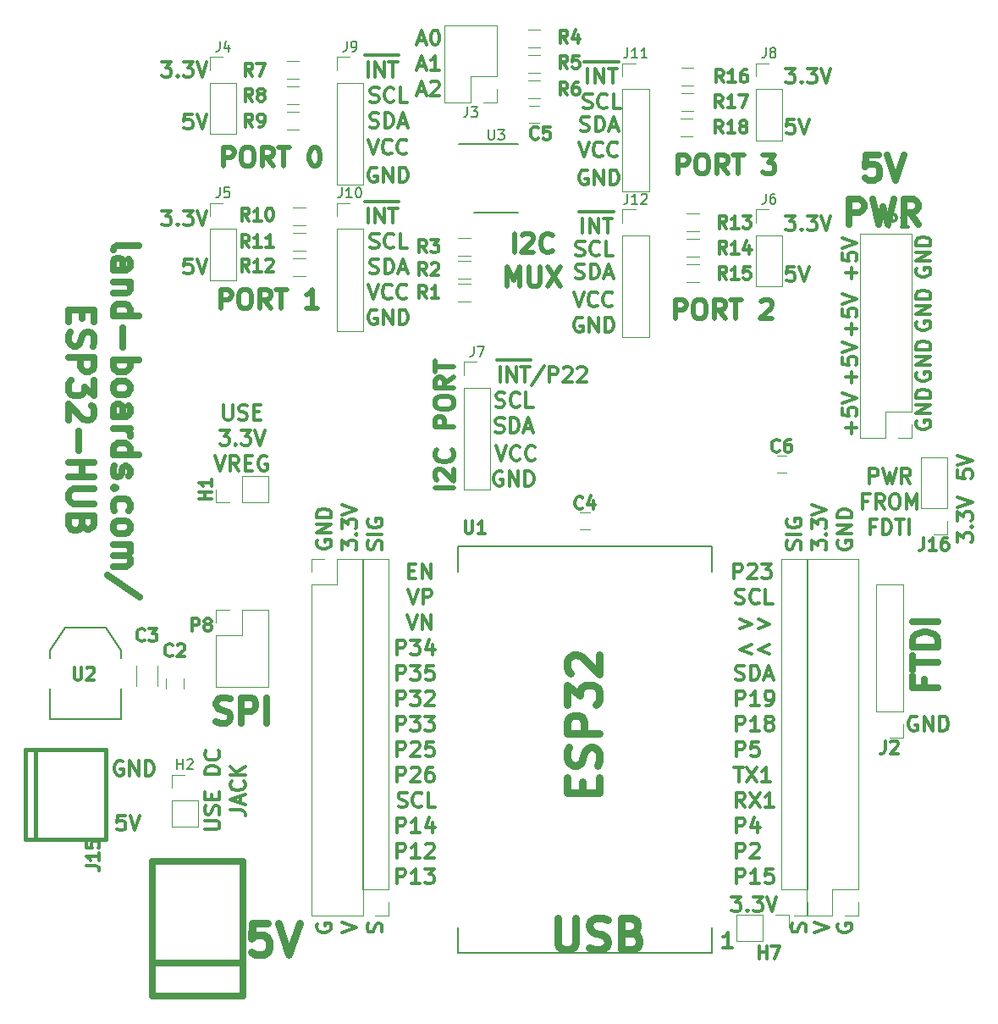
<source format=gbr>
G04 #@! TF.GenerationSoftware,KiCad,Pcbnew,(5.0.2)-1*
G04 #@! TF.CreationDate,2019-03-16T18:49:51-04:00*
G04 #@! TF.ProjectId,ESP32-Hub,45535033-322d-4487-9562-2e6b69636164,2*
G04 #@! TF.SameCoordinates,Original*
G04 #@! TF.FileFunction,Legend,Top*
G04 #@! TF.FilePolarity,Positive*
%FSLAX46Y46*%
G04 Gerber Fmt 4.6, Leading zero omitted, Abs format (unit mm)*
G04 Created by KiCad (PCBNEW (5.0.2)-1) date 3/16/2019 6:49:51 PM*
%MOMM*%
%LPD*%
G01*
G04 APERTURE LIST*
%ADD10C,0.300000*%
%ADD11C,0.635000*%
%ADD12C,0.476250*%
%ADD13C,0.793750*%
%ADD14C,0.120000*%
%ADD15C,0.650000*%
%ADD16C,0.203200*%
%ADD17C,0.381000*%
%ADD18C,0.150000*%
%ADD19C,0.317500*%
G04 APERTURE END LIST*
D10*
X47779571Y-65932857D02*
X48279571Y-65932857D01*
X48493857Y-66718571D02*
X47779571Y-66718571D01*
X47779571Y-65218571D01*
X48493857Y-65218571D01*
X49136714Y-66718571D02*
X49136714Y-65218571D01*
X49993857Y-66718571D01*
X49993857Y-65218571D01*
X47708142Y-67758571D02*
X48208142Y-69258571D01*
X48708142Y-67758571D01*
X49208142Y-69258571D02*
X49208142Y-67758571D01*
X49779571Y-67758571D01*
X49922428Y-67830000D01*
X49993857Y-67901428D01*
X50065285Y-68044285D01*
X50065285Y-68258571D01*
X49993857Y-68401428D01*
X49922428Y-68472857D01*
X49779571Y-68544285D01*
X49208142Y-68544285D01*
X47636714Y-70298571D02*
X48136714Y-71798571D01*
X48636714Y-70298571D01*
X49136714Y-71798571D02*
X49136714Y-70298571D01*
X49993857Y-71798571D01*
X49993857Y-70298571D01*
X80104285Y-103608571D02*
X79247142Y-103608571D01*
X79675714Y-103608571D02*
X79675714Y-102108571D01*
X79532857Y-102322857D01*
X79390000Y-102465714D01*
X79247142Y-102537142D01*
X61329285Y-45462142D02*
X60043571Y-47390714D01*
X61829285Y-47033571D02*
X61829285Y-45533571D01*
X62400714Y-45533571D01*
X62543571Y-45605000D01*
X62615000Y-45676428D01*
X62686428Y-45819285D01*
X62686428Y-46033571D01*
X62615000Y-46176428D01*
X62543571Y-46247857D01*
X62400714Y-46319285D01*
X61829285Y-46319285D01*
X63257857Y-45676428D02*
X63329285Y-45605000D01*
X63472142Y-45533571D01*
X63829285Y-45533571D01*
X63972142Y-45605000D01*
X64043571Y-45676428D01*
X64115000Y-45819285D01*
X64115000Y-45962142D01*
X64043571Y-46176428D01*
X63186428Y-47033571D01*
X64115000Y-47033571D01*
X64686428Y-45676428D02*
X64757857Y-45605000D01*
X64900714Y-45533571D01*
X65257857Y-45533571D01*
X65400714Y-45605000D01*
X65472142Y-45676428D01*
X65543571Y-45819285D01*
X65543571Y-45962142D01*
X65472142Y-46176428D01*
X64615000Y-47033571D01*
X65543571Y-47033571D01*
X56578714Y-44885000D02*
X57293000Y-44885000D01*
X56935857Y-47033571D02*
X56935857Y-45533571D01*
X57293000Y-44885000D02*
X58864428Y-44885000D01*
X57650142Y-47033571D02*
X57650142Y-45533571D01*
X58507285Y-47033571D01*
X58507285Y-45533571D01*
X58864428Y-44885000D02*
X60007285Y-44885000D01*
X59007285Y-45533571D02*
X59864428Y-45533571D01*
X59435857Y-47033571D02*
X59435857Y-45533571D01*
X87475142Y-102028571D02*
X87546571Y-101814285D01*
X87546571Y-101457142D01*
X87475142Y-101314285D01*
X87403714Y-101242857D01*
X87260857Y-101171428D01*
X87118000Y-101171428D01*
X86975142Y-101242857D01*
X86903714Y-101314285D01*
X86832285Y-101457142D01*
X86760857Y-101742857D01*
X86689428Y-101885714D01*
X86618000Y-101957142D01*
X86475142Y-102028571D01*
X86332285Y-102028571D01*
X86189428Y-101957142D01*
X86118000Y-101885714D01*
X86046571Y-101742857D01*
X86046571Y-101385714D01*
X86118000Y-101171428D01*
X90690000Y-101207142D02*
X90618571Y-101350000D01*
X90618571Y-101564285D01*
X90690000Y-101778571D01*
X90832857Y-101921428D01*
X90975714Y-101992857D01*
X91261428Y-102064285D01*
X91475714Y-102064285D01*
X91761428Y-101992857D01*
X91904285Y-101921428D01*
X92047142Y-101778571D01*
X92118571Y-101564285D01*
X92118571Y-101421428D01*
X92047142Y-101207142D01*
X91975714Y-101135714D01*
X91475714Y-101135714D01*
X91475714Y-101421428D01*
X88332571Y-102100000D02*
X89832571Y-101600000D01*
X88332571Y-101100000D01*
X46605000Y-97198571D02*
X46605000Y-95698571D01*
X47176428Y-95698571D01*
X47319285Y-95770000D01*
X47390714Y-95841428D01*
X47462142Y-95984285D01*
X47462142Y-96198571D01*
X47390714Y-96341428D01*
X47319285Y-96412857D01*
X47176428Y-96484285D01*
X46605000Y-96484285D01*
X48890714Y-97198571D02*
X48033571Y-97198571D01*
X48462142Y-97198571D02*
X48462142Y-95698571D01*
X48319285Y-95912857D01*
X48176428Y-96055714D01*
X48033571Y-96127142D01*
X49390714Y-95698571D02*
X50319285Y-95698571D01*
X49819285Y-96270000D01*
X50033571Y-96270000D01*
X50176428Y-96341428D01*
X50247857Y-96412857D01*
X50319285Y-96555714D01*
X50319285Y-96912857D01*
X50247857Y-97055714D01*
X50176428Y-97127142D01*
X50033571Y-97198571D01*
X49605000Y-97198571D01*
X49462142Y-97127142D01*
X49390714Y-97055714D01*
X46605000Y-94658571D02*
X46605000Y-93158571D01*
X47176428Y-93158571D01*
X47319285Y-93230000D01*
X47390714Y-93301428D01*
X47462142Y-93444285D01*
X47462142Y-93658571D01*
X47390714Y-93801428D01*
X47319285Y-93872857D01*
X47176428Y-93944285D01*
X46605000Y-93944285D01*
X48890714Y-94658571D02*
X48033571Y-94658571D01*
X48462142Y-94658571D02*
X48462142Y-93158571D01*
X48319285Y-93372857D01*
X48176428Y-93515714D01*
X48033571Y-93587142D01*
X49462142Y-93301428D02*
X49533571Y-93230000D01*
X49676428Y-93158571D01*
X50033571Y-93158571D01*
X50176428Y-93230000D01*
X50247857Y-93301428D01*
X50319285Y-93444285D01*
X50319285Y-93587142D01*
X50247857Y-93801428D01*
X49390714Y-94658571D01*
X50319285Y-94658571D01*
X46605000Y-92118571D02*
X46605000Y-90618571D01*
X47176428Y-90618571D01*
X47319285Y-90690000D01*
X47390714Y-90761428D01*
X47462142Y-90904285D01*
X47462142Y-91118571D01*
X47390714Y-91261428D01*
X47319285Y-91332857D01*
X47176428Y-91404285D01*
X46605000Y-91404285D01*
X48890714Y-92118571D02*
X48033571Y-92118571D01*
X48462142Y-92118571D02*
X48462142Y-90618571D01*
X48319285Y-90832857D01*
X48176428Y-90975714D01*
X48033571Y-91047142D01*
X50176428Y-91118571D02*
X50176428Y-92118571D01*
X49819285Y-90547142D02*
X49462142Y-91618571D01*
X50390714Y-91618571D01*
X46747857Y-89507142D02*
X46962142Y-89578571D01*
X47319285Y-89578571D01*
X47462142Y-89507142D01*
X47533571Y-89435714D01*
X47605000Y-89292857D01*
X47605000Y-89150000D01*
X47533571Y-89007142D01*
X47462142Y-88935714D01*
X47319285Y-88864285D01*
X47033571Y-88792857D01*
X46890714Y-88721428D01*
X46819285Y-88650000D01*
X46747857Y-88507142D01*
X46747857Y-88364285D01*
X46819285Y-88221428D01*
X46890714Y-88150000D01*
X47033571Y-88078571D01*
X47390714Y-88078571D01*
X47605000Y-88150000D01*
X49105000Y-89435714D02*
X49033571Y-89507142D01*
X48819285Y-89578571D01*
X48676428Y-89578571D01*
X48462142Y-89507142D01*
X48319285Y-89364285D01*
X48247857Y-89221428D01*
X48176428Y-88935714D01*
X48176428Y-88721428D01*
X48247857Y-88435714D01*
X48319285Y-88292857D01*
X48462142Y-88150000D01*
X48676428Y-88078571D01*
X48819285Y-88078571D01*
X49033571Y-88150000D01*
X49105000Y-88221428D01*
X50462142Y-89578571D02*
X49747857Y-89578571D01*
X49747857Y-88078571D01*
X46605000Y-87038571D02*
X46605000Y-85538571D01*
X47176428Y-85538571D01*
X47319285Y-85610000D01*
X47390714Y-85681428D01*
X47462142Y-85824285D01*
X47462142Y-86038571D01*
X47390714Y-86181428D01*
X47319285Y-86252857D01*
X47176428Y-86324285D01*
X46605000Y-86324285D01*
X48033571Y-85681428D02*
X48105000Y-85610000D01*
X48247857Y-85538571D01*
X48605000Y-85538571D01*
X48747857Y-85610000D01*
X48819285Y-85681428D01*
X48890714Y-85824285D01*
X48890714Y-85967142D01*
X48819285Y-86181428D01*
X47962142Y-87038571D01*
X48890714Y-87038571D01*
X50176428Y-85538571D02*
X49890714Y-85538571D01*
X49747857Y-85610000D01*
X49676428Y-85681428D01*
X49533571Y-85895714D01*
X49462142Y-86181428D01*
X49462142Y-86752857D01*
X49533571Y-86895714D01*
X49605000Y-86967142D01*
X49747857Y-87038571D01*
X50033571Y-87038571D01*
X50176428Y-86967142D01*
X50247857Y-86895714D01*
X50319285Y-86752857D01*
X50319285Y-86395714D01*
X50247857Y-86252857D01*
X50176428Y-86181428D01*
X50033571Y-86110000D01*
X49747857Y-86110000D01*
X49605000Y-86181428D01*
X49533571Y-86252857D01*
X49462142Y-86395714D01*
X46605000Y-84498571D02*
X46605000Y-82998571D01*
X47176428Y-82998571D01*
X47319285Y-83070000D01*
X47390714Y-83141428D01*
X47462142Y-83284285D01*
X47462142Y-83498571D01*
X47390714Y-83641428D01*
X47319285Y-83712857D01*
X47176428Y-83784285D01*
X46605000Y-83784285D01*
X48033571Y-83141428D02*
X48105000Y-83070000D01*
X48247857Y-82998571D01*
X48605000Y-82998571D01*
X48747857Y-83070000D01*
X48819285Y-83141428D01*
X48890714Y-83284285D01*
X48890714Y-83427142D01*
X48819285Y-83641428D01*
X47962142Y-84498571D01*
X48890714Y-84498571D01*
X50247857Y-82998571D02*
X49533571Y-82998571D01*
X49462142Y-83712857D01*
X49533571Y-83641428D01*
X49676428Y-83570000D01*
X50033571Y-83570000D01*
X50176428Y-83641428D01*
X50247857Y-83712857D01*
X50319285Y-83855714D01*
X50319285Y-84212857D01*
X50247857Y-84355714D01*
X50176428Y-84427142D01*
X50033571Y-84498571D01*
X49676428Y-84498571D01*
X49533571Y-84427142D01*
X49462142Y-84355714D01*
X46605000Y-81958571D02*
X46605000Y-80458571D01*
X47176428Y-80458571D01*
X47319285Y-80530000D01*
X47390714Y-80601428D01*
X47462142Y-80744285D01*
X47462142Y-80958571D01*
X47390714Y-81101428D01*
X47319285Y-81172857D01*
X47176428Y-81244285D01*
X46605000Y-81244285D01*
X47962142Y-80458571D02*
X48890714Y-80458571D01*
X48390714Y-81030000D01*
X48605000Y-81030000D01*
X48747857Y-81101428D01*
X48819285Y-81172857D01*
X48890714Y-81315714D01*
X48890714Y-81672857D01*
X48819285Y-81815714D01*
X48747857Y-81887142D01*
X48605000Y-81958571D01*
X48176428Y-81958571D01*
X48033571Y-81887142D01*
X47962142Y-81815714D01*
X49390714Y-80458571D02*
X50319285Y-80458571D01*
X49819285Y-81030000D01*
X50033571Y-81030000D01*
X50176428Y-81101428D01*
X50247857Y-81172857D01*
X50319285Y-81315714D01*
X50319285Y-81672857D01*
X50247857Y-81815714D01*
X50176428Y-81887142D01*
X50033571Y-81958571D01*
X49605000Y-81958571D01*
X49462142Y-81887142D01*
X49390714Y-81815714D01*
X46605000Y-79418571D02*
X46605000Y-77918571D01*
X47176428Y-77918571D01*
X47319285Y-77990000D01*
X47390714Y-78061428D01*
X47462142Y-78204285D01*
X47462142Y-78418571D01*
X47390714Y-78561428D01*
X47319285Y-78632857D01*
X47176428Y-78704285D01*
X46605000Y-78704285D01*
X47962142Y-77918571D02*
X48890714Y-77918571D01*
X48390714Y-78490000D01*
X48605000Y-78490000D01*
X48747857Y-78561428D01*
X48819285Y-78632857D01*
X48890714Y-78775714D01*
X48890714Y-79132857D01*
X48819285Y-79275714D01*
X48747857Y-79347142D01*
X48605000Y-79418571D01*
X48176428Y-79418571D01*
X48033571Y-79347142D01*
X47962142Y-79275714D01*
X49462142Y-78061428D02*
X49533571Y-77990000D01*
X49676428Y-77918571D01*
X50033571Y-77918571D01*
X50176428Y-77990000D01*
X50247857Y-78061428D01*
X50319285Y-78204285D01*
X50319285Y-78347142D01*
X50247857Y-78561428D01*
X49390714Y-79418571D01*
X50319285Y-79418571D01*
X46605000Y-76878571D02*
X46605000Y-75378571D01*
X47176428Y-75378571D01*
X47319285Y-75450000D01*
X47390714Y-75521428D01*
X47462142Y-75664285D01*
X47462142Y-75878571D01*
X47390714Y-76021428D01*
X47319285Y-76092857D01*
X47176428Y-76164285D01*
X46605000Y-76164285D01*
X47962142Y-75378571D02*
X48890714Y-75378571D01*
X48390714Y-75950000D01*
X48605000Y-75950000D01*
X48747857Y-76021428D01*
X48819285Y-76092857D01*
X48890714Y-76235714D01*
X48890714Y-76592857D01*
X48819285Y-76735714D01*
X48747857Y-76807142D01*
X48605000Y-76878571D01*
X48176428Y-76878571D01*
X48033571Y-76807142D01*
X47962142Y-76735714D01*
X50247857Y-75378571D02*
X49533571Y-75378571D01*
X49462142Y-76092857D01*
X49533571Y-76021428D01*
X49676428Y-75950000D01*
X50033571Y-75950000D01*
X50176428Y-76021428D01*
X50247857Y-76092857D01*
X50319285Y-76235714D01*
X50319285Y-76592857D01*
X50247857Y-76735714D01*
X50176428Y-76807142D01*
X50033571Y-76878571D01*
X49676428Y-76878571D01*
X49533571Y-76807142D01*
X49462142Y-76735714D01*
X46605000Y-74338571D02*
X46605000Y-72838571D01*
X47176428Y-72838571D01*
X47319285Y-72910000D01*
X47390714Y-72981428D01*
X47462142Y-73124285D01*
X47462142Y-73338571D01*
X47390714Y-73481428D01*
X47319285Y-73552857D01*
X47176428Y-73624285D01*
X46605000Y-73624285D01*
X47962142Y-72838571D02*
X48890714Y-72838571D01*
X48390714Y-73410000D01*
X48605000Y-73410000D01*
X48747857Y-73481428D01*
X48819285Y-73552857D01*
X48890714Y-73695714D01*
X48890714Y-74052857D01*
X48819285Y-74195714D01*
X48747857Y-74267142D01*
X48605000Y-74338571D01*
X48176428Y-74338571D01*
X48033571Y-74267142D01*
X47962142Y-74195714D01*
X50176428Y-73338571D02*
X50176428Y-74338571D01*
X49819285Y-72767142D02*
X49462142Y-73838571D01*
X50390714Y-73838571D01*
X80562142Y-97198571D02*
X80562142Y-95698571D01*
X81133571Y-95698571D01*
X81276428Y-95770000D01*
X81347857Y-95841428D01*
X81419285Y-95984285D01*
X81419285Y-96198571D01*
X81347857Y-96341428D01*
X81276428Y-96412857D01*
X81133571Y-96484285D01*
X80562142Y-96484285D01*
X82847857Y-97198571D02*
X81990714Y-97198571D01*
X82419285Y-97198571D02*
X82419285Y-95698571D01*
X82276428Y-95912857D01*
X82133571Y-96055714D01*
X81990714Y-96127142D01*
X84205000Y-95698571D02*
X83490714Y-95698571D01*
X83419285Y-96412857D01*
X83490714Y-96341428D01*
X83633571Y-96270000D01*
X83990714Y-96270000D01*
X84133571Y-96341428D01*
X84205000Y-96412857D01*
X84276428Y-96555714D01*
X84276428Y-96912857D01*
X84205000Y-97055714D01*
X84133571Y-97127142D01*
X83990714Y-97198571D01*
X83633571Y-97198571D01*
X83490714Y-97127142D01*
X83419285Y-97055714D01*
X80562142Y-94658571D02*
X80562142Y-93158571D01*
X81133571Y-93158571D01*
X81276428Y-93230000D01*
X81347857Y-93301428D01*
X81419285Y-93444285D01*
X81419285Y-93658571D01*
X81347857Y-93801428D01*
X81276428Y-93872857D01*
X81133571Y-93944285D01*
X80562142Y-93944285D01*
X81990714Y-93301428D02*
X82062142Y-93230000D01*
X82205000Y-93158571D01*
X82562142Y-93158571D01*
X82705000Y-93230000D01*
X82776428Y-93301428D01*
X82847857Y-93444285D01*
X82847857Y-93587142D01*
X82776428Y-93801428D01*
X81919285Y-94658571D01*
X82847857Y-94658571D01*
X80562142Y-92118571D02*
X80562142Y-90618571D01*
X81133571Y-90618571D01*
X81276428Y-90690000D01*
X81347857Y-90761428D01*
X81419285Y-90904285D01*
X81419285Y-91118571D01*
X81347857Y-91261428D01*
X81276428Y-91332857D01*
X81133571Y-91404285D01*
X80562142Y-91404285D01*
X82705000Y-91118571D02*
X82705000Y-92118571D01*
X82347857Y-90547142D02*
X81990714Y-91618571D01*
X82919285Y-91618571D01*
X81419285Y-89578571D02*
X80919285Y-88864285D01*
X80562142Y-89578571D02*
X80562142Y-88078571D01*
X81133571Y-88078571D01*
X81276428Y-88150000D01*
X81347857Y-88221428D01*
X81419285Y-88364285D01*
X81419285Y-88578571D01*
X81347857Y-88721428D01*
X81276428Y-88792857D01*
X81133571Y-88864285D01*
X80562142Y-88864285D01*
X81919285Y-88078571D02*
X82919285Y-89578571D01*
X82919285Y-88078571D02*
X81919285Y-89578571D01*
X84276428Y-89578571D02*
X83419285Y-89578571D01*
X83847857Y-89578571D02*
X83847857Y-88078571D01*
X83705000Y-88292857D01*
X83562142Y-88435714D01*
X83419285Y-88507142D01*
X80347857Y-85538571D02*
X81205000Y-85538571D01*
X80776428Y-87038571D02*
X80776428Y-85538571D01*
X81562142Y-85538571D02*
X82562142Y-87038571D01*
X82562142Y-85538571D02*
X81562142Y-87038571D01*
X83919285Y-87038571D02*
X83062142Y-87038571D01*
X83490714Y-87038571D02*
X83490714Y-85538571D01*
X83347857Y-85752857D01*
X83205000Y-85895714D01*
X83062142Y-85967142D01*
X80562142Y-84498571D02*
X80562142Y-82998571D01*
X81133571Y-82998571D01*
X81276428Y-83070000D01*
X81347857Y-83141428D01*
X81419285Y-83284285D01*
X81419285Y-83498571D01*
X81347857Y-83641428D01*
X81276428Y-83712857D01*
X81133571Y-83784285D01*
X80562142Y-83784285D01*
X82776428Y-82998571D02*
X82062142Y-82998571D01*
X81990714Y-83712857D01*
X82062142Y-83641428D01*
X82205000Y-83570000D01*
X82562142Y-83570000D01*
X82705000Y-83641428D01*
X82776428Y-83712857D01*
X82847857Y-83855714D01*
X82847857Y-84212857D01*
X82776428Y-84355714D01*
X82705000Y-84427142D01*
X82562142Y-84498571D01*
X82205000Y-84498571D01*
X82062142Y-84427142D01*
X81990714Y-84355714D01*
X80562142Y-81958571D02*
X80562142Y-80458571D01*
X81133571Y-80458571D01*
X81276428Y-80530000D01*
X81347857Y-80601428D01*
X81419285Y-80744285D01*
X81419285Y-80958571D01*
X81347857Y-81101428D01*
X81276428Y-81172857D01*
X81133571Y-81244285D01*
X80562142Y-81244285D01*
X82847857Y-81958571D02*
X81990714Y-81958571D01*
X82419285Y-81958571D02*
X82419285Y-80458571D01*
X82276428Y-80672857D01*
X82133571Y-80815714D01*
X81990714Y-80887142D01*
X83705000Y-81101428D02*
X83562142Y-81030000D01*
X83490714Y-80958571D01*
X83419285Y-80815714D01*
X83419285Y-80744285D01*
X83490714Y-80601428D01*
X83562142Y-80530000D01*
X83705000Y-80458571D01*
X83990714Y-80458571D01*
X84133571Y-80530000D01*
X84205000Y-80601428D01*
X84276428Y-80744285D01*
X84276428Y-80815714D01*
X84205000Y-80958571D01*
X84133571Y-81030000D01*
X83990714Y-81101428D01*
X83705000Y-81101428D01*
X83562142Y-81172857D01*
X83490714Y-81244285D01*
X83419285Y-81387142D01*
X83419285Y-81672857D01*
X83490714Y-81815714D01*
X83562142Y-81887142D01*
X83705000Y-81958571D01*
X83990714Y-81958571D01*
X84133571Y-81887142D01*
X84205000Y-81815714D01*
X84276428Y-81672857D01*
X84276428Y-81387142D01*
X84205000Y-81244285D01*
X84133571Y-81172857D01*
X83990714Y-81101428D01*
X80562142Y-79418571D02*
X80562142Y-77918571D01*
X81133571Y-77918571D01*
X81276428Y-77990000D01*
X81347857Y-78061428D01*
X81419285Y-78204285D01*
X81419285Y-78418571D01*
X81347857Y-78561428D01*
X81276428Y-78632857D01*
X81133571Y-78704285D01*
X80562142Y-78704285D01*
X82847857Y-79418571D02*
X81990714Y-79418571D01*
X82419285Y-79418571D02*
X82419285Y-77918571D01*
X82276428Y-78132857D01*
X82133571Y-78275714D01*
X81990714Y-78347142D01*
X83562142Y-79418571D02*
X83847857Y-79418571D01*
X83990714Y-79347142D01*
X84062142Y-79275714D01*
X84205000Y-79061428D01*
X84276428Y-78775714D01*
X84276428Y-78204285D01*
X84205000Y-78061428D01*
X84133571Y-77990000D01*
X83990714Y-77918571D01*
X83705000Y-77918571D01*
X83562142Y-77990000D01*
X83490714Y-78061428D01*
X83419285Y-78204285D01*
X83419285Y-78561428D01*
X83490714Y-78704285D01*
X83562142Y-78775714D01*
X83705000Y-78847142D01*
X83990714Y-78847142D01*
X84133571Y-78775714D01*
X84205000Y-78704285D01*
X84276428Y-78561428D01*
X80490714Y-76807142D02*
X80705000Y-76878571D01*
X81062142Y-76878571D01*
X81205000Y-76807142D01*
X81276428Y-76735714D01*
X81347857Y-76592857D01*
X81347857Y-76450000D01*
X81276428Y-76307142D01*
X81205000Y-76235714D01*
X81062142Y-76164285D01*
X80776428Y-76092857D01*
X80633571Y-76021428D01*
X80562142Y-75950000D01*
X80490714Y-75807142D01*
X80490714Y-75664285D01*
X80562142Y-75521428D01*
X80633571Y-75450000D01*
X80776428Y-75378571D01*
X81133571Y-75378571D01*
X81347857Y-75450000D01*
X81990714Y-76878571D02*
X81990714Y-75378571D01*
X82347857Y-75378571D01*
X82562142Y-75450000D01*
X82705000Y-75592857D01*
X82776428Y-75735714D01*
X82847857Y-76021428D01*
X82847857Y-76235714D01*
X82776428Y-76521428D01*
X82705000Y-76664285D01*
X82562142Y-76807142D01*
X82347857Y-76878571D01*
X81990714Y-76878571D01*
X83419285Y-76450000D02*
X84133571Y-76450000D01*
X83276428Y-76878571D02*
X83776428Y-75378571D01*
X84276428Y-76878571D01*
X80308142Y-66718571D02*
X80308142Y-65218571D01*
X80879571Y-65218571D01*
X81022428Y-65290000D01*
X81093857Y-65361428D01*
X81165285Y-65504285D01*
X81165285Y-65718571D01*
X81093857Y-65861428D01*
X81022428Y-65932857D01*
X80879571Y-66004285D01*
X80308142Y-66004285D01*
X81736714Y-65361428D02*
X81808142Y-65290000D01*
X81951000Y-65218571D01*
X82308142Y-65218571D01*
X82451000Y-65290000D01*
X82522428Y-65361428D01*
X82593857Y-65504285D01*
X82593857Y-65647142D01*
X82522428Y-65861428D01*
X81665285Y-66718571D01*
X82593857Y-66718571D01*
X83093857Y-65218571D02*
X84022428Y-65218571D01*
X83522428Y-65790000D01*
X83736714Y-65790000D01*
X83879571Y-65861428D01*
X83951000Y-65932857D01*
X84022428Y-66075714D01*
X84022428Y-66432857D01*
X83951000Y-66575714D01*
X83879571Y-66647142D01*
X83736714Y-66718571D01*
X83308142Y-66718571D01*
X83165285Y-66647142D01*
X83093857Y-66575714D01*
X102683571Y-55883571D02*
X102683571Y-56597857D01*
X103397857Y-56669285D01*
X103326428Y-56597857D01*
X103255000Y-56455000D01*
X103255000Y-56097857D01*
X103326428Y-55955000D01*
X103397857Y-55883571D01*
X103540714Y-55812142D01*
X103897857Y-55812142D01*
X104040714Y-55883571D01*
X104112142Y-55955000D01*
X104183571Y-56097857D01*
X104183571Y-56455000D01*
X104112142Y-56597857D01*
X104040714Y-56669285D01*
X102683571Y-55383571D02*
X104183571Y-54883571D01*
X102683571Y-54383571D01*
X102683571Y-63090714D02*
X102683571Y-62162142D01*
X103255000Y-62662142D01*
X103255000Y-62447857D01*
X103326428Y-62305000D01*
X103397857Y-62233571D01*
X103540714Y-62162142D01*
X103897857Y-62162142D01*
X104040714Y-62233571D01*
X104112142Y-62305000D01*
X104183571Y-62447857D01*
X104183571Y-62876428D01*
X104112142Y-63019285D01*
X104040714Y-63090714D01*
X104040714Y-61519285D02*
X104112142Y-61447857D01*
X104183571Y-61519285D01*
X104112142Y-61590714D01*
X104040714Y-61519285D01*
X104183571Y-61519285D01*
X102683571Y-60947857D02*
X102683571Y-60019285D01*
X103255000Y-60519285D01*
X103255000Y-60305000D01*
X103326428Y-60162142D01*
X103397857Y-60090714D01*
X103540714Y-60019285D01*
X103897857Y-60019285D01*
X104040714Y-60090714D01*
X104112142Y-60162142D01*
X104183571Y-60305000D01*
X104183571Y-60733571D01*
X104112142Y-60876428D01*
X104040714Y-60947857D01*
X102683571Y-59590714D02*
X104183571Y-59090714D01*
X102683571Y-58590714D01*
D11*
X28514523Y-81038095D02*
X28877380Y-81159047D01*
X29482142Y-81159047D01*
X29724047Y-81038095D01*
X29845000Y-80917142D01*
X29965952Y-80675238D01*
X29965952Y-80433333D01*
X29845000Y-80191428D01*
X29724047Y-80070476D01*
X29482142Y-79949523D01*
X28998333Y-79828571D01*
X28756428Y-79707619D01*
X28635476Y-79586666D01*
X28514523Y-79344761D01*
X28514523Y-79102857D01*
X28635476Y-78860952D01*
X28756428Y-78740000D01*
X28998333Y-78619047D01*
X29603095Y-78619047D01*
X29965952Y-78740000D01*
X31054523Y-81159047D02*
X31054523Y-78619047D01*
X32022142Y-78619047D01*
X32264047Y-78740000D01*
X32385000Y-78860952D01*
X32505952Y-79102857D01*
X32505952Y-79465714D01*
X32385000Y-79707619D01*
X32264047Y-79828571D01*
X32022142Y-79949523D01*
X31054523Y-79949523D01*
X33594523Y-81159047D02*
X33594523Y-78619047D01*
X94766190Y-24326547D02*
X93556666Y-24326547D01*
X93435714Y-25536071D01*
X93556666Y-25415119D01*
X93798571Y-25294166D01*
X94403333Y-25294166D01*
X94645238Y-25415119D01*
X94766190Y-25536071D01*
X94887142Y-25777976D01*
X94887142Y-26382738D01*
X94766190Y-26624642D01*
X94645238Y-26745595D01*
X94403333Y-26866547D01*
X93798571Y-26866547D01*
X93556666Y-26745595D01*
X93435714Y-26624642D01*
X95612857Y-24326547D02*
X96459523Y-26866547D01*
X97306190Y-24326547D01*
X91863333Y-31311547D02*
X91863333Y-28771547D01*
X92830952Y-28771547D01*
X93072857Y-28892500D01*
X93193809Y-29013452D01*
X93314761Y-29255357D01*
X93314761Y-29618214D01*
X93193809Y-29860119D01*
X93072857Y-29981071D01*
X92830952Y-30102023D01*
X91863333Y-30102023D01*
X94161428Y-28771547D02*
X94766190Y-31311547D01*
X95250000Y-29497261D01*
X95733809Y-31311547D01*
X96338571Y-28771547D01*
X98757619Y-31311547D02*
X97910952Y-30102023D01*
X97306190Y-31311547D02*
X97306190Y-28771547D01*
X98273809Y-28771547D01*
X98515714Y-28892500D01*
X98636666Y-29013452D01*
X98757619Y-29255357D01*
X98757619Y-29618214D01*
X98636666Y-29860119D01*
X98515714Y-29981071D01*
X98273809Y-30102023D01*
X97306190Y-30102023D01*
D10*
X93885000Y-57183571D02*
X93885000Y-55683571D01*
X94456428Y-55683571D01*
X94599285Y-55755000D01*
X94670714Y-55826428D01*
X94742142Y-55969285D01*
X94742142Y-56183571D01*
X94670714Y-56326428D01*
X94599285Y-56397857D01*
X94456428Y-56469285D01*
X93885000Y-56469285D01*
X95242142Y-55683571D02*
X95599285Y-57183571D01*
X95885000Y-56112142D01*
X96170714Y-57183571D01*
X96527857Y-55683571D01*
X97956428Y-57183571D02*
X97456428Y-56469285D01*
X97099285Y-57183571D02*
X97099285Y-55683571D01*
X97670714Y-55683571D01*
X97813571Y-55755000D01*
X97885000Y-55826428D01*
X97956428Y-55969285D01*
X97956428Y-56183571D01*
X97885000Y-56326428D01*
X97813571Y-56397857D01*
X97670714Y-56469285D01*
X97099285Y-56469285D01*
X93706428Y-58947857D02*
X93206428Y-58947857D01*
X93206428Y-59733571D02*
X93206428Y-58233571D01*
X93920714Y-58233571D01*
X95349285Y-59733571D02*
X94849285Y-59019285D01*
X94492142Y-59733571D02*
X94492142Y-58233571D01*
X95063571Y-58233571D01*
X95206428Y-58305000D01*
X95277857Y-58376428D01*
X95349285Y-58519285D01*
X95349285Y-58733571D01*
X95277857Y-58876428D01*
X95206428Y-58947857D01*
X95063571Y-59019285D01*
X94492142Y-59019285D01*
X96277857Y-58233571D02*
X96563571Y-58233571D01*
X96706428Y-58305000D01*
X96849285Y-58447857D01*
X96920714Y-58733571D01*
X96920714Y-59233571D01*
X96849285Y-59519285D01*
X96706428Y-59662142D01*
X96563571Y-59733571D01*
X96277857Y-59733571D01*
X96135000Y-59662142D01*
X95992142Y-59519285D01*
X95920714Y-59233571D01*
X95920714Y-58733571D01*
X95992142Y-58447857D01*
X96135000Y-58305000D01*
X96277857Y-58233571D01*
X97563571Y-59733571D02*
X97563571Y-58233571D01*
X98063571Y-59305000D01*
X98563571Y-58233571D01*
X98563571Y-59733571D01*
X94420714Y-61497857D02*
X93920714Y-61497857D01*
X93920714Y-62283571D02*
X93920714Y-60783571D01*
X94635000Y-60783571D01*
X95206428Y-62283571D02*
X95206428Y-60783571D01*
X95563571Y-60783571D01*
X95777857Y-60855000D01*
X95920714Y-60997857D01*
X95992142Y-61140714D01*
X96063571Y-61426428D01*
X96063571Y-61640714D01*
X95992142Y-61926428D01*
X95920714Y-62069285D01*
X95777857Y-62212142D01*
X95563571Y-62283571D01*
X95206428Y-62283571D01*
X96492142Y-60783571D02*
X97349285Y-60783571D01*
X96920714Y-62283571D02*
X96920714Y-60783571D01*
X97849285Y-62283571D02*
X97849285Y-60783571D01*
X92055142Y-52220571D02*
X92055142Y-51077714D01*
X92626571Y-51649142D02*
X91483714Y-51649142D01*
X91126571Y-49649142D02*
X91126571Y-50363428D01*
X91840857Y-50434857D01*
X91769428Y-50363428D01*
X91698000Y-50220571D01*
X91698000Y-49863428D01*
X91769428Y-49720571D01*
X91840857Y-49649142D01*
X91983714Y-49577714D01*
X92340857Y-49577714D01*
X92483714Y-49649142D01*
X92555142Y-49720571D01*
X92626571Y-49863428D01*
X92626571Y-50220571D01*
X92555142Y-50363428D01*
X92483714Y-50434857D01*
X91126571Y-49149142D02*
X92626571Y-48649142D01*
X91126571Y-48149142D01*
X92055142Y-47140571D02*
X92055142Y-45997714D01*
X92626571Y-46569142D02*
X91483714Y-46569142D01*
X91126571Y-44569142D02*
X91126571Y-45283428D01*
X91840857Y-45354857D01*
X91769428Y-45283428D01*
X91698000Y-45140571D01*
X91698000Y-44783428D01*
X91769428Y-44640571D01*
X91840857Y-44569142D01*
X91983714Y-44497714D01*
X92340857Y-44497714D01*
X92483714Y-44569142D01*
X92555142Y-44640571D01*
X92626571Y-44783428D01*
X92626571Y-45140571D01*
X92555142Y-45283428D01*
X92483714Y-45354857D01*
X91126571Y-44069142D02*
X92626571Y-43569142D01*
X91126571Y-43069142D01*
X92055142Y-42314571D02*
X92055142Y-41171714D01*
X92626571Y-41743142D02*
X91483714Y-41743142D01*
X91126571Y-39743142D02*
X91126571Y-40457428D01*
X91840857Y-40528857D01*
X91769428Y-40457428D01*
X91698000Y-40314571D01*
X91698000Y-39957428D01*
X91769428Y-39814571D01*
X91840857Y-39743142D01*
X91983714Y-39671714D01*
X92340857Y-39671714D01*
X92483714Y-39743142D01*
X92555142Y-39814571D01*
X92626571Y-39957428D01*
X92626571Y-40314571D01*
X92555142Y-40457428D01*
X92483714Y-40528857D01*
X91126571Y-39243142D02*
X92626571Y-38743142D01*
X91126571Y-38243142D01*
X92055142Y-36726571D02*
X92055142Y-35583714D01*
X92626571Y-36155142D02*
X91483714Y-36155142D01*
X91126571Y-34155142D02*
X91126571Y-34869428D01*
X91840857Y-34940857D01*
X91769428Y-34869428D01*
X91698000Y-34726571D01*
X91698000Y-34369428D01*
X91769428Y-34226571D01*
X91840857Y-34155142D01*
X91983714Y-34083714D01*
X92340857Y-34083714D01*
X92483714Y-34155142D01*
X92555142Y-34226571D01*
X92626571Y-34369428D01*
X92626571Y-34726571D01*
X92555142Y-34869428D01*
X92483714Y-34940857D01*
X91126571Y-33655142D02*
X92626571Y-33155142D01*
X91126571Y-32655142D01*
X98564000Y-35686857D02*
X98492571Y-35829714D01*
X98492571Y-36044000D01*
X98564000Y-36258285D01*
X98706857Y-36401142D01*
X98849714Y-36472571D01*
X99135428Y-36544000D01*
X99349714Y-36544000D01*
X99635428Y-36472571D01*
X99778285Y-36401142D01*
X99921142Y-36258285D01*
X99992571Y-36044000D01*
X99992571Y-35901142D01*
X99921142Y-35686857D01*
X99849714Y-35615428D01*
X99349714Y-35615428D01*
X99349714Y-35901142D01*
X99992571Y-34972571D02*
X98492571Y-34972571D01*
X99992571Y-34115428D01*
X98492571Y-34115428D01*
X99992571Y-33401142D02*
X98492571Y-33401142D01*
X98492571Y-33044000D01*
X98564000Y-32829714D01*
X98706857Y-32686857D01*
X98849714Y-32615428D01*
X99135428Y-32544000D01*
X99349714Y-32544000D01*
X99635428Y-32615428D01*
X99778285Y-32686857D01*
X99921142Y-32829714D01*
X99992571Y-33044000D01*
X99992571Y-33401142D01*
X98564000Y-41020857D02*
X98492571Y-41163714D01*
X98492571Y-41378000D01*
X98564000Y-41592285D01*
X98706857Y-41735142D01*
X98849714Y-41806571D01*
X99135428Y-41878000D01*
X99349714Y-41878000D01*
X99635428Y-41806571D01*
X99778285Y-41735142D01*
X99921142Y-41592285D01*
X99992571Y-41378000D01*
X99992571Y-41235142D01*
X99921142Y-41020857D01*
X99849714Y-40949428D01*
X99349714Y-40949428D01*
X99349714Y-41235142D01*
X99992571Y-40306571D02*
X98492571Y-40306571D01*
X99992571Y-39449428D01*
X98492571Y-39449428D01*
X99992571Y-38735142D02*
X98492571Y-38735142D01*
X98492571Y-38378000D01*
X98564000Y-38163714D01*
X98706857Y-38020857D01*
X98849714Y-37949428D01*
X99135428Y-37878000D01*
X99349714Y-37878000D01*
X99635428Y-37949428D01*
X99778285Y-38020857D01*
X99921142Y-38163714D01*
X99992571Y-38378000D01*
X99992571Y-38735142D01*
X98564000Y-46100857D02*
X98492571Y-46243714D01*
X98492571Y-46458000D01*
X98564000Y-46672285D01*
X98706857Y-46815142D01*
X98849714Y-46886571D01*
X99135428Y-46958000D01*
X99349714Y-46958000D01*
X99635428Y-46886571D01*
X99778285Y-46815142D01*
X99921142Y-46672285D01*
X99992571Y-46458000D01*
X99992571Y-46315142D01*
X99921142Y-46100857D01*
X99849714Y-46029428D01*
X99349714Y-46029428D01*
X99349714Y-46315142D01*
X99992571Y-45386571D02*
X98492571Y-45386571D01*
X99992571Y-44529428D01*
X98492571Y-44529428D01*
X99992571Y-43815142D02*
X98492571Y-43815142D01*
X98492571Y-43458000D01*
X98564000Y-43243714D01*
X98706857Y-43100857D01*
X98849714Y-43029428D01*
X99135428Y-42958000D01*
X99349714Y-42958000D01*
X99635428Y-43029428D01*
X99778285Y-43100857D01*
X99921142Y-43243714D01*
X99992571Y-43458000D01*
X99992571Y-43815142D01*
X98564000Y-50926857D02*
X98492571Y-51069714D01*
X98492571Y-51284000D01*
X98564000Y-51498285D01*
X98706857Y-51641142D01*
X98849714Y-51712571D01*
X99135428Y-51784000D01*
X99349714Y-51784000D01*
X99635428Y-51712571D01*
X99778285Y-51641142D01*
X99921142Y-51498285D01*
X99992571Y-51284000D01*
X99992571Y-51141142D01*
X99921142Y-50926857D01*
X99849714Y-50855428D01*
X99349714Y-50855428D01*
X99349714Y-51141142D01*
X99992571Y-50212571D02*
X98492571Y-50212571D01*
X99992571Y-49355428D01*
X98492571Y-49355428D01*
X99992571Y-48641142D02*
X98492571Y-48641142D01*
X98492571Y-48284000D01*
X98564000Y-48069714D01*
X98706857Y-47926857D01*
X98849714Y-47855428D01*
X99135428Y-47784000D01*
X99349714Y-47784000D01*
X99635428Y-47855428D01*
X99778285Y-47926857D01*
X99921142Y-48069714D01*
X99992571Y-48284000D01*
X99992571Y-48641142D01*
X80081714Y-98492571D02*
X81010285Y-98492571D01*
X80510285Y-99064000D01*
X80724571Y-99064000D01*
X80867428Y-99135428D01*
X80938857Y-99206857D01*
X81010285Y-99349714D01*
X81010285Y-99706857D01*
X80938857Y-99849714D01*
X80867428Y-99921142D01*
X80724571Y-99992571D01*
X80296000Y-99992571D01*
X80153142Y-99921142D01*
X80081714Y-99849714D01*
X81653142Y-99849714D02*
X81724571Y-99921142D01*
X81653142Y-99992571D01*
X81581714Y-99921142D01*
X81653142Y-99849714D01*
X81653142Y-99992571D01*
X82224571Y-98492571D02*
X83153142Y-98492571D01*
X82653142Y-99064000D01*
X82867428Y-99064000D01*
X83010285Y-99135428D01*
X83081714Y-99206857D01*
X83153142Y-99349714D01*
X83153142Y-99706857D01*
X83081714Y-99849714D01*
X83010285Y-99921142D01*
X82867428Y-99992571D01*
X82438857Y-99992571D01*
X82296000Y-99921142D01*
X82224571Y-99849714D01*
X83581714Y-98492571D02*
X84081714Y-99992571D01*
X84581714Y-98492571D01*
X82045714Y-73338571D02*
X80902857Y-73767142D01*
X82045714Y-74195714D01*
X83902857Y-73338571D02*
X82760000Y-73767142D01*
X83902857Y-74195714D01*
X29293571Y-49333571D02*
X29293571Y-50547857D01*
X29365000Y-50690714D01*
X29436428Y-50762142D01*
X29579285Y-50833571D01*
X29865000Y-50833571D01*
X30007857Y-50762142D01*
X30079285Y-50690714D01*
X30150714Y-50547857D01*
X30150714Y-49333571D01*
X30793571Y-50762142D02*
X31007857Y-50833571D01*
X31365000Y-50833571D01*
X31507857Y-50762142D01*
X31579285Y-50690714D01*
X31650714Y-50547857D01*
X31650714Y-50405000D01*
X31579285Y-50262142D01*
X31507857Y-50190714D01*
X31365000Y-50119285D01*
X31079285Y-50047857D01*
X30936428Y-49976428D01*
X30865000Y-49905000D01*
X30793571Y-49762142D01*
X30793571Y-49619285D01*
X30865000Y-49476428D01*
X30936428Y-49405000D01*
X31079285Y-49333571D01*
X31436428Y-49333571D01*
X31650714Y-49405000D01*
X32293571Y-50047857D02*
X32793571Y-50047857D01*
X33007857Y-50833571D02*
X32293571Y-50833571D01*
X32293571Y-49333571D01*
X33007857Y-49333571D01*
X28900714Y-51883571D02*
X29829285Y-51883571D01*
X29329285Y-52455000D01*
X29543571Y-52455000D01*
X29686428Y-52526428D01*
X29757857Y-52597857D01*
X29829285Y-52740714D01*
X29829285Y-53097857D01*
X29757857Y-53240714D01*
X29686428Y-53312142D01*
X29543571Y-53383571D01*
X29115000Y-53383571D01*
X28972142Y-53312142D01*
X28900714Y-53240714D01*
X30472142Y-53240714D02*
X30543571Y-53312142D01*
X30472142Y-53383571D01*
X30400714Y-53312142D01*
X30472142Y-53240714D01*
X30472142Y-53383571D01*
X31043571Y-51883571D02*
X31972142Y-51883571D01*
X31472142Y-52455000D01*
X31686428Y-52455000D01*
X31829285Y-52526428D01*
X31900714Y-52597857D01*
X31972142Y-52740714D01*
X31972142Y-53097857D01*
X31900714Y-53240714D01*
X31829285Y-53312142D01*
X31686428Y-53383571D01*
X31257857Y-53383571D01*
X31115000Y-53312142D01*
X31043571Y-53240714D01*
X32400714Y-51883571D02*
X32900714Y-53383571D01*
X33400714Y-51883571D01*
X28436428Y-54433571D02*
X28936428Y-55933571D01*
X29436428Y-54433571D01*
X30793571Y-55933571D02*
X30293571Y-55219285D01*
X29936428Y-55933571D02*
X29936428Y-54433571D01*
X30507857Y-54433571D01*
X30650714Y-54505000D01*
X30722142Y-54576428D01*
X30793571Y-54719285D01*
X30793571Y-54933571D01*
X30722142Y-55076428D01*
X30650714Y-55147857D01*
X30507857Y-55219285D01*
X29936428Y-55219285D01*
X31436428Y-55147857D02*
X31936428Y-55147857D01*
X32150714Y-55933571D02*
X31436428Y-55933571D01*
X31436428Y-54433571D01*
X32150714Y-54433571D01*
X33579285Y-54505000D02*
X33436428Y-54433571D01*
X33222142Y-54433571D01*
X33007857Y-54505000D01*
X32865000Y-54647857D01*
X32793571Y-54790714D01*
X32722142Y-55076428D01*
X32722142Y-55290714D01*
X32793571Y-55576428D01*
X32865000Y-55719285D01*
X33007857Y-55862142D01*
X33222142Y-55933571D01*
X33365000Y-55933571D01*
X33579285Y-55862142D01*
X33650714Y-55790714D01*
X33650714Y-55290714D01*
X33365000Y-55290714D01*
X19177142Y-84975000D02*
X19034285Y-84903571D01*
X18820000Y-84903571D01*
X18605714Y-84975000D01*
X18462857Y-85117857D01*
X18391428Y-85260714D01*
X18320000Y-85546428D01*
X18320000Y-85760714D01*
X18391428Y-86046428D01*
X18462857Y-86189285D01*
X18605714Y-86332142D01*
X18820000Y-86403571D01*
X18962857Y-86403571D01*
X19177142Y-86332142D01*
X19248571Y-86260714D01*
X19248571Y-85760714D01*
X18962857Y-85760714D01*
X19891428Y-86403571D02*
X19891428Y-84903571D01*
X20748571Y-86403571D01*
X20748571Y-84903571D01*
X21462857Y-86403571D02*
X21462857Y-84903571D01*
X21820000Y-84903571D01*
X22034285Y-84975000D01*
X22177142Y-85117857D01*
X22248571Y-85260714D01*
X22320000Y-85546428D01*
X22320000Y-85760714D01*
X22248571Y-86046428D01*
X22177142Y-86189285D01*
X22034285Y-86332142D01*
X21820000Y-86403571D01*
X21462857Y-86403571D01*
X19399285Y-90364571D02*
X18685000Y-90364571D01*
X18613571Y-91078857D01*
X18685000Y-91007428D01*
X18827857Y-90936000D01*
X19185000Y-90936000D01*
X19327857Y-91007428D01*
X19399285Y-91078857D01*
X19470714Y-91221714D01*
X19470714Y-91578857D01*
X19399285Y-91721714D01*
X19327857Y-91793142D01*
X19185000Y-91864571D01*
X18827857Y-91864571D01*
X18685000Y-91793142D01*
X18613571Y-91721714D01*
X19899285Y-90364571D02*
X20399285Y-91864571D01*
X20899285Y-90364571D01*
X27367571Y-91776857D02*
X28581857Y-91776857D01*
X28724714Y-91705428D01*
X28796142Y-91634000D01*
X28867571Y-91491142D01*
X28867571Y-91205428D01*
X28796142Y-91062571D01*
X28724714Y-90991142D01*
X28581857Y-90919714D01*
X27367571Y-90919714D01*
X28796142Y-90276857D02*
X28867571Y-90062571D01*
X28867571Y-89705428D01*
X28796142Y-89562571D01*
X28724714Y-89491142D01*
X28581857Y-89419714D01*
X28439000Y-89419714D01*
X28296142Y-89491142D01*
X28224714Y-89562571D01*
X28153285Y-89705428D01*
X28081857Y-89991142D01*
X28010428Y-90134000D01*
X27939000Y-90205428D01*
X27796142Y-90276857D01*
X27653285Y-90276857D01*
X27510428Y-90205428D01*
X27439000Y-90134000D01*
X27367571Y-89991142D01*
X27367571Y-89634000D01*
X27439000Y-89419714D01*
X28081857Y-88776857D02*
X28081857Y-88276857D01*
X28867571Y-88062571D02*
X28867571Y-88776857D01*
X27367571Y-88776857D01*
X27367571Y-88062571D01*
X28867571Y-86276857D02*
X27367571Y-86276857D01*
X27367571Y-85919714D01*
X27439000Y-85705428D01*
X27581857Y-85562571D01*
X27724714Y-85491142D01*
X28010428Y-85419714D01*
X28224714Y-85419714D01*
X28510428Y-85491142D01*
X28653285Y-85562571D01*
X28796142Y-85705428D01*
X28867571Y-85919714D01*
X28867571Y-86276857D01*
X28724714Y-83919714D02*
X28796142Y-83991142D01*
X28867571Y-84205428D01*
X28867571Y-84348285D01*
X28796142Y-84562571D01*
X28653285Y-84705428D01*
X28510428Y-84776857D01*
X28224714Y-84848285D01*
X28010428Y-84848285D01*
X27724714Y-84776857D01*
X27581857Y-84705428D01*
X27439000Y-84562571D01*
X27367571Y-84348285D01*
X27367571Y-84205428D01*
X27439000Y-83991142D01*
X27510428Y-83919714D01*
X29917571Y-89812571D02*
X30989000Y-89812571D01*
X31203285Y-89884000D01*
X31346142Y-90026857D01*
X31417571Y-90241142D01*
X31417571Y-90384000D01*
X30989000Y-89169714D02*
X30989000Y-88455428D01*
X31417571Y-89312571D02*
X29917571Y-88812571D01*
X31417571Y-88312571D01*
X31274714Y-86955428D02*
X31346142Y-87026857D01*
X31417571Y-87241142D01*
X31417571Y-87384000D01*
X31346142Y-87598285D01*
X31203285Y-87741142D01*
X31060428Y-87812571D01*
X30774714Y-87884000D01*
X30560428Y-87884000D01*
X30274714Y-87812571D01*
X30131857Y-87741142D01*
X29989000Y-87598285D01*
X29917571Y-87384000D01*
X29917571Y-87241142D01*
X29989000Y-87026857D01*
X30060428Y-86955428D01*
X31417571Y-86312571D02*
X29917571Y-86312571D01*
X31417571Y-85455428D02*
X30560428Y-86098285D01*
X29917571Y-85455428D02*
X30774714Y-86312571D01*
X38620000Y-62864142D02*
X38548571Y-63007000D01*
X38548571Y-63221285D01*
X38620000Y-63435571D01*
X38762857Y-63578428D01*
X38905714Y-63649857D01*
X39191428Y-63721285D01*
X39405714Y-63721285D01*
X39691428Y-63649857D01*
X39834285Y-63578428D01*
X39977142Y-63435571D01*
X40048571Y-63221285D01*
X40048571Y-63078428D01*
X39977142Y-62864142D01*
X39905714Y-62792714D01*
X39405714Y-62792714D01*
X39405714Y-63078428D01*
X40048571Y-62149857D02*
X38548571Y-62149857D01*
X40048571Y-61292714D01*
X38548571Y-61292714D01*
X40048571Y-60578428D02*
X38548571Y-60578428D01*
X38548571Y-60221285D01*
X38620000Y-60007000D01*
X38762857Y-59864142D01*
X38905714Y-59792714D01*
X39191428Y-59721285D01*
X39405714Y-59721285D01*
X39691428Y-59792714D01*
X39834285Y-59864142D01*
X39977142Y-60007000D01*
X40048571Y-60221285D01*
X40048571Y-60578428D01*
X41088571Y-63852714D02*
X41088571Y-62924142D01*
X41660000Y-63424142D01*
X41660000Y-63209857D01*
X41731428Y-63067000D01*
X41802857Y-62995571D01*
X41945714Y-62924142D01*
X42302857Y-62924142D01*
X42445714Y-62995571D01*
X42517142Y-63067000D01*
X42588571Y-63209857D01*
X42588571Y-63638428D01*
X42517142Y-63781285D01*
X42445714Y-63852714D01*
X42445714Y-62281285D02*
X42517142Y-62209857D01*
X42588571Y-62281285D01*
X42517142Y-62352714D01*
X42445714Y-62281285D01*
X42588571Y-62281285D01*
X41088571Y-61709857D02*
X41088571Y-60781285D01*
X41660000Y-61281285D01*
X41660000Y-61067000D01*
X41731428Y-60924142D01*
X41802857Y-60852714D01*
X41945714Y-60781285D01*
X42302857Y-60781285D01*
X42445714Y-60852714D01*
X42517142Y-60924142D01*
X42588571Y-61067000D01*
X42588571Y-61495571D01*
X42517142Y-61638428D01*
X42445714Y-61709857D01*
X41088571Y-60352714D02*
X42588571Y-59852714D01*
X41088571Y-59352714D01*
X45057142Y-63781285D02*
X45128571Y-63567000D01*
X45128571Y-63209857D01*
X45057142Y-63067000D01*
X44985714Y-62995571D01*
X44842857Y-62924142D01*
X44700000Y-62924142D01*
X44557142Y-62995571D01*
X44485714Y-63067000D01*
X44414285Y-63209857D01*
X44342857Y-63495571D01*
X44271428Y-63638428D01*
X44200000Y-63709857D01*
X44057142Y-63781285D01*
X43914285Y-63781285D01*
X43771428Y-63709857D01*
X43700000Y-63638428D01*
X43628571Y-63495571D01*
X43628571Y-63138428D01*
X43700000Y-62924142D01*
X45128571Y-62281285D02*
X43628571Y-62281285D01*
X43700000Y-60781285D02*
X43628571Y-60924142D01*
X43628571Y-61138428D01*
X43700000Y-61352714D01*
X43842857Y-61495571D01*
X43985714Y-61567000D01*
X44271428Y-61638428D01*
X44485714Y-61638428D01*
X44771428Y-61567000D01*
X44914285Y-61495571D01*
X45057142Y-61352714D01*
X45128571Y-61138428D01*
X45128571Y-60995571D01*
X45057142Y-60781285D01*
X44985714Y-60709857D01*
X44485714Y-60709857D01*
X44485714Y-60995571D01*
X86967142Y-63781285D02*
X87038571Y-63567000D01*
X87038571Y-63209857D01*
X86967142Y-63067000D01*
X86895714Y-62995571D01*
X86752857Y-62924142D01*
X86610000Y-62924142D01*
X86467142Y-62995571D01*
X86395714Y-63067000D01*
X86324285Y-63209857D01*
X86252857Y-63495571D01*
X86181428Y-63638428D01*
X86110000Y-63709857D01*
X85967142Y-63781285D01*
X85824285Y-63781285D01*
X85681428Y-63709857D01*
X85610000Y-63638428D01*
X85538571Y-63495571D01*
X85538571Y-63138428D01*
X85610000Y-62924142D01*
X87038571Y-62281285D02*
X85538571Y-62281285D01*
X85610000Y-60781285D02*
X85538571Y-60924142D01*
X85538571Y-61138428D01*
X85610000Y-61352714D01*
X85752857Y-61495571D01*
X85895714Y-61567000D01*
X86181428Y-61638428D01*
X86395714Y-61638428D01*
X86681428Y-61567000D01*
X86824285Y-61495571D01*
X86967142Y-61352714D01*
X87038571Y-61138428D01*
X87038571Y-60995571D01*
X86967142Y-60781285D01*
X86895714Y-60709857D01*
X86395714Y-60709857D01*
X86395714Y-60995571D01*
X88078571Y-63852714D02*
X88078571Y-62924142D01*
X88650000Y-63424142D01*
X88650000Y-63209857D01*
X88721428Y-63067000D01*
X88792857Y-62995571D01*
X88935714Y-62924142D01*
X89292857Y-62924142D01*
X89435714Y-62995571D01*
X89507142Y-63067000D01*
X89578571Y-63209857D01*
X89578571Y-63638428D01*
X89507142Y-63781285D01*
X89435714Y-63852714D01*
X89435714Y-62281285D02*
X89507142Y-62209857D01*
X89578571Y-62281285D01*
X89507142Y-62352714D01*
X89435714Y-62281285D01*
X89578571Y-62281285D01*
X88078571Y-61709857D02*
X88078571Y-60781285D01*
X88650000Y-61281285D01*
X88650000Y-61067000D01*
X88721428Y-60924142D01*
X88792857Y-60852714D01*
X88935714Y-60781285D01*
X89292857Y-60781285D01*
X89435714Y-60852714D01*
X89507142Y-60924142D01*
X89578571Y-61067000D01*
X89578571Y-61495571D01*
X89507142Y-61638428D01*
X89435714Y-61709857D01*
X88078571Y-60352714D02*
X89578571Y-59852714D01*
X88078571Y-59352714D01*
X90690000Y-62924142D02*
X90618571Y-63067000D01*
X90618571Y-63281285D01*
X90690000Y-63495571D01*
X90832857Y-63638428D01*
X90975714Y-63709857D01*
X91261428Y-63781285D01*
X91475714Y-63781285D01*
X91761428Y-63709857D01*
X91904285Y-63638428D01*
X92047142Y-63495571D01*
X92118571Y-63281285D01*
X92118571Y-63138428D01*
X92047142Y-62924142D01*
X91975714Y-62852714D01*
X91475714Y-62852714D01*
X91475714Y-63138428D01*
X92118571Y-62209857D02*
X90618571Y-62209857D01*
X92118571Y-61352714D01*
X90618571Y-61352714D01*
X92118571Y-60638428D02*
X90618571Y-60638428D01*
X90618571Y-60281285D01*
X90690000Y-60067000D01*
X90832857Y-59924142D01*
X90975714Y-59852714D01*
X91261428Y-59781285D01*
X91475714Y-59781285D01*
X91761428Y-59852714D01*
X91904285Y-59924142D01*
X92047142Y-60067000D01*
X92118571Y-60281285D01*
X92118571Y-60638428D01*
X38620000Y-101207142D02*
X38548571Y-101350000D01*
X38548571Y-101564285D01*
X38620000Y-101778571D01*
X38762857Y-101921428D01*
X38905714Y-101992857D01*
X39191428Y-102064285D01*
X39405714Y-102064285D01*
X39691428Y-101992857D01*
X39834285Y-101921428D01*
X39977142Y-101778571D01*
X40048571Y-101564285D01*
X40048571Y-101421428D01*
X39977142Y-101207142D01*
X39905714Y-101135714D01*
X39405714Y-101135714D01*
X39405714Y-101421428D01*
X41088571Y-102100000D02*
X42588571Y-101600000D01*
X41088571Y-101100000D01*
X45057142Y-102028571D02*
X45128571Y-101814285D01*
X45128571Y-101457142D01*
X45057142Y-101314285D01*
X44985714Y-101242857D01*
X44842857Y-101171428D01*
X44700000Y-101171428D01*
X44557142Y-101242857D01*
X44485714Y-101314285D01*
X44414285Y-101457142D01*
X44342857Y-101742857D01*
X44271428Y-101885714D01*
X44200000Y-101957142D01*
X44057142Y-102028571D01*
X43914285Y-102028571D01*
X43771428Y-101957142D01*
X43700000Y-101885714D01*
X43628571Y-101742857D01*
X43628571Y-101385714D01*
X43700000Y-101171428D01*
X80480714Y-69187142D02*
X80695000Y-69258571D01*
X81052142Y-69258571D01*
X81195000Y-69187142D01*
X81266428Y-69115714D01*
X81337857Y-68972857D01*
X81337857Y-68830000D01*
X81266428Y-68687142D01*
X81195000Y-68615714D01*
X81052142Y-68544285D01*
X80766428Y-68472857D01*
X80623571Y-68401428D01*
X80552142Y-68330000D01*
X80480714Y-68187142D01*
X80480714Y-68044285D01*
X80552142Y-67901428D01*
X80623571Y-67830000D01*
X80766428Y-67758571D01*
X81123571Y-67758571D01*
X81337857Y-67830000D01*
X82837857Y-69115714D02*
X82766428Y-69187142D01*
X82552142Y-69258571D01*
X82409285Y-69258571D01*
X82195000Y-69187142D01*
X82052142Y-69044285D01*
X81980714Y-68901428D01*
X81909285Y-68615714D01*
X81909285Y-68401428D01*
X81980714Y-68115714D01*
X82052142Y-67972857D01*
X82195000Y-67830000D01*
X82409285Y-67758571D01*
X82552142Y-67758571D01*
X82766428Y-67830000D01*
X82837857Y-67901428D01*
X84195000Y-69258571D02*
X83480714Y-69258571D01*
X83480714Y-67758571D01*
X98611428Y-80530000D02*
X98468571Y-80458571D01*
X98254285Y-80458571D01*
X98040000Y-80530000D01*
X97897142Y-80672857D01*
X97825714Y-80815714D01*
X97754285Y-81101428D01*
X97754285Y-81315714D01*
X97825714Y-81601428D01*
X97897142Y-81744285D01*
X98040000Y-81887142D01*
X98254285Y-81958571D01*
X98397142Y-81958571D01*
X98611428Y-81887142D01*
X98682857Y-81815714D01*
X98682857Y-81315714D01*
X98397142Y-81315714D01*
X99325714Y-81958571D02*
X99325714Y-80458571D01*
X100182857Y-81958571D01*
X100182857Y-80458571D01*
X100897142Y-81958571D02*
X100897142Y-80458571D01*
X101254285Y-80458571D01*
X101468571Y-80530000D01*
X101611428Y-80672857D01*
X101682857Y-80815714D01*
X101754285Y-81101428D01*
X101754285Y-81315714D01*
X101682857Y-81601428D01*
X101611428Y-81744285D01*
X101468571Y-81887142D01*
X101254285Y-81958571D01*
X100897142Y-81958571D01*
X80902857Y-70798571D02*
X82045714Y-71227142D01*
X80902857Y-71655714D01*
X82760000Y-70798571D02*
X83902857Y-71227142D01*
X82760000Y-71655714D01*
D11*
X99386571Y-76774523D02*
X99386571Y-77621190D01*
X100717047Y-77621190D02*
X98177047Y-77621190D01*
X98177047Y-76411666D01*
X98177047Y-75806904D02*
X98177047Y-74355476D01*
X100717047Y-75081190D02*
X98177047Y-75081190D01*
X100717047Y-73508809D02*
X98177047Y-73508809D01*
X98177047Y-72904047D01*
X98298000Y-72541190D01*
X98539904Y-72299285D01*
X98781809Y-72178333D01*
X99265619Y-72057380D01*
X99628476Y-72057380D01*
X100112285Y-72178333D01*
X100354190Y-72299285D01*
X100596095Y-72541190D01*
X100717047Y-72904047D01*
X100717047Y-73508809D01*
X100717047Y-70968809D02*
X98177047Y-70968809D01*
D12*
X52296785Y-57648928D02*
X50391785Y-57648928D01*
X50573214Y-56832500D02*
X50482500Y-56741785D01*
X50391785Y-56560357D01*
X50391785Y-56106785D01*
X50482500Y-55925357D01*
X50573214Y-55834642D01*
X50754642Y-55743928D01*
X50936071Y-55743928D01*
X51208214Y-55834642D01*
X52296785Y-56923214D01*
X52296785Y-55743928D01*
X52115357Y-53838928D02*
X52206071Y-53929642D01*
X52296785Y-54201785D01*
X52296785Y-54383214D01*
X52206071Y-54655357D01*
X52024642Y-54836785D01*
X51843214Y-54927500D01*
X51480357Y-55018214D01*
X51208214Y-55018214D01*
X50845357Y-54927500D01*
X50663928Y-54836785D01*
X50482500Y-54655357D01*
X50391785Y-54383214D01*
X50391785Y-54201785D01*
X50482500Y-53929642D01*
X50573214Y-53838928D01*
X52296785Y-51571071D02*
X50391785Y-51571071D01*
X50391785Y-50845357D01*
X50482500Y-50663928D01*
X50573214Y-50573214D01*
X50754642Y-50482500D01*
X51026785Y-50482500D01*
X51208214Y-50573214D01*
X51298928Y-50663928D01*
X51389642Y-50845357D01*
X51389642Y-51571071D01*
X50391785Y-49303214D02*
X50391785Y-48940357D01*
X50482500Y-48758928D01*
X50663928Y-48577500D01*
X51026785Y-48486785D01*
X51661785Y-48486785D01*
X52024642Y-48577500D01*
X52206071Y-48758928D01*
X52296785Y-48940357D01*
X52296785Y-49303214D01*
X52206071Y-49484642D01*
X52024642Y-49666071D01*
X51661785Y-49756785D01*
X51026785Y-49756785D01*
X50663928Y-49666071D01*
X50482500Y-49484642D01*
X50391785Y-49303214D01*
X52296785Y-46581785D02*
X51389642Y-47216785D01*
X52296785Y-47670357D02*
X50391785Y-47670357D01*
X50391785Y-46944642D01*
X50482500Y-46763214D01*
X50573214Y-46672500D01*
X50754642Y-46581785D01*
X51026785Y-46581785D01*
X51208214Y-46672500D01*
X51298928Y-46763214D01*
X51389642Y-46944642D01*
X51389642Y-47670357D01*
X50391785Y-46037500D02*
X50391785Y-44948928D01*
X52296785Y-45493214D02*
X50391785Y-45493214D01*
D10*
X56547000Y-53407571D02*
X57047000Y-54907571D01*
X57547000Y-53407571D01*
X58904142Y-54764714D02*
X58832714Y-54836142D01*
X58618428Y-54907571D01*
X58475571Y-54907571D01*
X58261285Y-54836142D01*
X58118428Y-54693285D01*
X58047000Y-54550428D01*
X57975571Y-54264714D01*
X57975571Y-54050428D01*
X58047000Y-53764714D01*
X58118428Y-53621857D01*
X58261285Y-53479000D01*
X58475571Y-53407571D01*
X58618428Y-53407571D01*
X58832714Y-53479000D01*
X58904142Y-53550428D01*
X60404142Y-54764714D02*
X60332714Y-54836142D01*
X60118428Y-54907571D01*
X59975571Y-54907571D01*
X59761285Y-54836142D01*
X59618428Y-54693285D01*
X59547000Y-54550428D01*
X59475571Y-54264714D01*
X59475571Y-54050428D01*
X59547000Y-53764714D01*
X59618428Y-53621857D01*
X59761285Y-53479000D01*
X59975571Y-53407571D01*
X60118428Y-53407571D01*
X60332714Y-53479000D01*
X60404142Y-53550428D01*
X56471571Y-52042142D02*
X56685857Y-52113571D01*
X57043000Y-52113571D01*
X57185857Y-52042142D01*
X57257285Y-51970714D01*
X57328714Y-51827857D01*
X57328714Y-51685000D01*
X57257285Y-51542142D01*
X57185857Y-51470714D01*
X57043000Y-51399285D01*
X56757285Y-51327857D01*
X56614428Y-51256428D01*
X56543000Y-51185000D01*
X56471571Y-51042142D01*
X56471571Y-50899285D01*
X56543000Y-50756428D01*
X56614428Y-50685000D01*
X56757285Y-50613571D01*
X57114428Y-50613571D01*
X57328714Y-50685000D01*
X57971571Y-52113571D02*
X57971571Y-50613571D01*
X58328714Y-50613571D01*
X58543000Y-50685000D01*
X58685857Y-50827857D01*
X58757285Y-50970714D01*
X58828714Y-51256428D01*
X58828714Y-51470714D01*
X58757285Y-51756428D01*
X58685857Y-51899285D01*
X58543000Y-52042142D01*
X58328714Y-52113571D01*
X57971571Y-52113571D01*
X59400142Y-51685000D02*
X60114428Y-51685000D01*
X59257285Y-52113571D02*
X59757285Y-50613571D01*
X60257285Y-52113571D01*
X57150142Y-56019000D02*
X57007285Y-55947571D01*
X56793000Y-55947571D01*
X56578714Y-56019000D01*
X56435857Y-56161857D01*
X56364428Y-56304714D01*
X56293000Y-56590428D01*
X56293000Y-56804714D01*
X56364428Y-57090428D01*
X56435857Y-57233285D01*
X56578714Y-57376142D01*
X56793000Y-57447571D01*
X56935857Y-57447571D01*
X57150142Y-57376142D01*
X57221571Y-57304714D01*
X57221571Y-56804714D01*
X56935857Y-56804714D01*
X57864428Y-57447571D02*
X57864428Y-55947571D01*
X58721571Y-57447571D01*
X58721571Y-55947571D01*
X59435857Y-57447571D02*
X59435857Y-55947571D01*
X59793000Y-55947571D01*
X60007285Y-56019000D01*
X60150142Y-56161857D01*
X60221571Y-56304714D01*
X60293000Y-56590428D01*
X60293000Y-56804714D01*
X60221571Y-57090428D01*
X60150142Y-57233285D01*
X60007285Y-57376142D01*
X59793000Y-57447571D01*
X59435857Y-57447571D01*
X56507285Y-49502142D02*
X56721571Y-49573571D01*
X57078714Y-49573571D01*
X57221571Y-49502142D01*
X57293000Y-49430714D01*
X57364428Y-49287857D01*
X57364428Y-49145000D01*
X57293000Y-49002142D01*
X57221571Y-48930714D01*
X57078714Y-48859285D01*
X56793000Y-48787857D01*
X56650142Y-48716428D01*
X56578714Y-48645000D01*
X56507285Y-48502142D01*
X56507285Y-48359285D01*
X56578714Y-48216428D01*
X56650142Y-48145000D01*
X56793000Y-48073571D01*
X57150142Y-48073571D01*
X57364428Y-48145000D01*
X58864428Y-49430714D02*
X58793000Y-49502142D01*
X58578714Y-49573571D01*
X58435857Y-49573571D01*
X58221571Y-49502142D01*
X58078714Y-49359285D01*
X58007285Y-49216428D01*
X57935857Y-48930714D01*
X57935857Y-48716428D01*
X58007285Y-48430714D01*
X58078714Y-48287857D01*
X58221571Y-48145000D01*
X58435857Y-48073571D01*
X58578714Y-48073571D01*
X58793000Y-48145000D01*
X58864428Y-48216428D01*
X60221571Y-49573571D02*
X59507285Y-49573571D01*
X59507285Y-48073571D01*
X48712571Y-18030000D02*
X49426857Y-18030000D01*
X48569714Y-18458571D02*
X49069714Y-16958571D01*
X49569714Y-18458571D01*
X49998285Y-17101428D02*
X50069714Y-17030000D01*
X50212571Y-16958571D01*
X50569714Y-16958571D01*
X50712571Y-17030000D01*
X50784000Y-17101428D01*
X50855428Y-17244285D01*
X50855428Y-17387142D01*
X50784000Y-17601428D01*
X49926857Y-18458571D01*
X50855428Y-18458571D01*
X48712571Y-15490000D02*
X49426857Y-15490000D01*
X48569714Y-15918571D02*
X49069714Y-14418571D01*
X49569714Y-15918571D01*
X50855428Y-15918571D02*
X49998285Y-15918571D01*
X50426857Y-15918571D02*
X50426857Y-14418571D01*
X50284000Y-14632857D01*
X50141142Y-14775714D01*
X49998285Y-14847142D01*
X48712571Y-12950000D02*
X49426857Y-12950000D01*
X48569714Y-13378571D02*
X49069714Y-11878571D01*
X49569714Y-13378571D01*
X50355428Y-11878571D02*
X50498285Y-11878571D01*
X50641142Y-11950000D01*
X50712571Y-12021428D01*
X50784000Y-12164285D01*
X50855428Y-12450000D01*
X50855428Y-12807142D01*
X50784000Y-13092857D01*
X50712571Y-13235714D01*
X50641142Y-13307142D01*
X50498285Y-13378571D01*
X50355428Y-13378571D01*
X50212571Y-13307142D01*
X50141142Y-13235714D01*
X50069714Y-13092857D01*
X49998285Y-12807142D01*
X49998285Y-12450000D01*
X50069714Y-12164285D01*
X50141142Y-12021428D01*
X50212571Y-11950000D01*
X50355428Y-11878571D01*
X86356428Y-20768571D02*
X85642142Y-20768571D01*
X85570714Y-21482857D01*
X85642142Y-21411428D01*
X85785000Y-21340000D01*
X86142142Y-21340000D01*
X86285000Y-21411428D01*
X86356428Y-21482857D01*
X86427857Y-21625714D01*
X86427857Y-21982857D01*
X86356428Y-22125714D01*
X86285000Y-22197142D01*
X86142142Y-22268571D01*
X85785000Y-22268571D01*
X85642142Y-22197142D01*
X85570714Y-22125714D01*
X86856428Y-20768571D02*
X87356428Y-22268571D01*
X87856428Y-20768571D01*
X85499285Y-15688571D02*
X86427857Y-15688571D01*
X85927857Y-16260000D01*
X86142142Y-16260000D01*
X86285000Y-16331428D01*
X86356428Y-16402857D01*
X86427857Y-16545714D01*
X86427857Y-16902857D01*
X86356428Y-17045714D01*
X86285000Y-17117142D01*
X86142142Y-17188571D01*
X85713571Y-17188571D01*
X85570714Y-17117142D01*
X85499285Y-17045714D01*
X87070714Y-17045714D02*
X87142142Y-17117142D01*
X87070714Y-17188571D01*
X86999285Y-17117142D01*
X87070714Y-17045714D01*
X87070714Y-17188571D01*
X87642142Y-15688571D02*
X88570714Y-15688571D01*
X88070714Y-16260000D01*
X88285000Y-16260000D01*
X88427857Y-16331428D01*
X88499285Y-16402857D01*
X88570714Y-16545714D01*
X88570714Y-16902857D01*
X88499285Y-17045714D01*
X88427857Y-17117142D01*
X88285000Y-17188571D01*
X87856428Y-17188571D01*
X87713571Y-17117142D01*
X87642142Y-17045714D01*
X88999285Y-15688571D02*
X89499285Y-17188571D01*
X89999285Y-15688571D01*
X85499285Y-30420571D02*
X86427857Y-30420571D01*
X85927857Y-30992000D01*
X86142142Y-30992000D01*
X86285000Y-31063428D01*
X86356428Y-31134857D01*
X86427857Y-31277714D01*
X86427857Y-31634857D01*
X86356428Y-31777714D01*
X86285000Y-31849142D01*
X86142142Y-31920571D01*
X85713571Y-31920571D01*
X85570714Y-31849142D01*
X85499285Y-31777714D01*
X87070714Y-31777714D02*
X87142142Y-31849142D01*
X87070714Y-31920571D01*
X86999285Y-31849142D01*
X87070714Y-31777714D01*
X87070714Y-31920571D01*
X87642142Y-30420571D02*
X88570714Y-30420571D01*
X88070714Y-30992000D01*
X88285000Y-30992000D01*
X88427857Y-31063428D01*
X88499285Y-31134857D01*
X88570714Y-31277714D01*
X88570714Y-31634857D01*
X88499285Y-31777714D01*
X88427857Y-31849142D01*
X88285000Y-31920571D01*
X87856428Y-31920571D01*
X87713571Y-31849142D01*
X87642142Y-31777714D01*
X88999285Y-30420571D02*
X89499285Y-31920571D01*
X89999285Y-30420571D01*
X23102142Y-29912571D02*
X24030714Y-29912571D01*
X23530714Y-30484000D01*
X23745000Y-30484000D01*
X23887857Y-30555428D01*
X23959285Y-30626857D01*
X24030714Y-30769714D01*
X24030714Y-31126857D01*
X23959285Y-31269714D01*
X23887857Y-31341142D01*
X23745000Y-31412571D01*
X23316428Y-31412571D01*
X23173571Y-31341142D01*
X23102142Y-31269714D01*
X24673571Y-31269714D02*
X24745000Y-31341142D01*
X24673571Y-31412571D01*
X24602142Y-31341142D01*
X24673571Y-31269714D01*
X24673571Y-31412571D01*
X25245000Y-29912571D02*
X26173571Y-29912571D01*
X25673571Y-30484000D01*
X25887857Y-30484000D01*
X26030714Y-30555428D01*
X26102142Y-30626857D01*
X26173571Y-30769714D01*
X26173571Y-31126857D01*
X26102142Y-31269714D01*
X26030714Y-31341142D01*
X25887857Y-31412571D01*
X25459285Y-31412571D01*
X25316428Y-31341142D01*
X25245000Y-31269714D01*
X26602142Y-29912571D02*
X27102142Y-31412571D01*
X27602142Y-29912571D01*
X86356428Y-35500571D02*
X85642142Y-35500571D01*
X85570714Y-36214857D01*
X85642142Y-36143428D01*
X85785000Y-36072000D01*
X86142142Y-36072000D01*
X86285000Y-36143428D01*
X86356428Y-36214857D01*
X86427857Y-36357714D01*
X86427857Y-36714857D01*
X86356428Y-36857714D01*
X86285000Y-36929142D01*
X86142142Y-37000571D01*
X85785000Y-37000571D01*
X85642142Y-36929142D01*
X85570714Y-36857714D01*
X86856428Y-35500571D02*
X87356428Y-37000571D01*
X87856428Y-35500571D01*
X26102142Y-34738571D02*
X25387857Y-34738571D01*
X25316428Y-35452857D01*
X25387857Y-35381428D01*
X25530714Y-35310000D01*
X25887857Y-35310000D01*
X26030714Y-35381428D01*
X26102142Y-35452857D01*
X26173571Y-35595714D01*
X26173571Y-35952857D01*
X26102142Y-36095714D01*
X26030714Y-36167142D01*
X25887857Y-36238571D01*
X25530714Y-36238571D01*
X25387857Y-36167142D01*
X25316428Y-36095714D01*
X26602142Y-34738571D02*
X27102142Y-36238571D01*
X27602142Y-34738571D01*
X26102142Y-20260571D02*
X25387857Y-20260571D01*
X25316428Y-20974857D01*
X25387857Y-20903428D01*
X25530714Y-20832000D01*
X25887857Y-20832000D01*
X26030714Y-20903428D01*
X26102142Y-20974857D01*
X26173571Y-21117714D01*
X26173571Y-21474857D01*
X26102142Y-21617714D01*
X26030714Y-21689142D01*
X25887857Y-21760571D01*
X25530714Y-21760571D01*
X25387857Y-21689142D01*
X25316428Y-21617714D01*
X26602142Y-20260571D02*
X27102142Y-21760571D01*
X27602142Y-20260571D01*
X23102142Y-15053571D02*
X24030714Y-15053571D01*
X23530714Y-15625000D01*
X23745000Y-15625000D01*
X23887857Y-15696428D01*
X23959285Y-15767857D01*
X24030714Y-15910714D01*
X24030714Y-16267857D01*
X23959285Y-16410714D01*
X23887857Y-16482142D01*
X23745000Y-16553571D01*
X23316428Y-16553571D01*
X23173571Y-16482142D01*
X23102142Y-16410714D01*
X24673571Y-16410714D02*
X24745000Y-16482142D01*
X24673571Y-16553571D01*
X24602142Y-16482142D01*
X24673571Y-16410714D01*
X24673571Y-16553571D01*
X25245000Y-15053571D02*
X26173571Y-15053571D01*
X25673571Y-15625000D01*
X25887857Y-15625000D01*
X26030714Y-15696428D01*
X26102142Y-15767857D01*
X26173571Y-15910714D01*
X26173571Y-16267857D01*
X26102142Y-16410714D01*
X26030714Y-16482142D01*
X25887857Y-16553571D01*
X25459285Y-16553571D01*
X25316428Y-16482142D01*
X25245000Y-16410714D01*
X26602142Y-15053571D02*
X27102142Y-16553571D01*
X27602142Y-15053571D01*
D12*
X58338357Y-34119910D02*
X58338357Y-32214910D01*
X59154785Y-32396339D02*
X59245500Y-32305625D01*
X59426928Y-32214910D01*
X59880500Y-32214910D01*
X60061928Y-32305625D01*
X60152642Y-32396339D01*
X60243357Y-32577767D01*
X60243357Y-32759196D01*
X60152642Y-33031339D01*
X59064071Y-34119910D01*
X60243357Y-34119910D01*
X62148357Y-33938482D02*
X62057642Y-34029196D01*
X61785500Y-34119910D01*
X61604071Y-34119910D01*
X61331928Y-34029196D01*
X61150500Y-33847767D01*
X61059785Y-33666339D01*
X60969071Y-33303482D01*
X60969071Y-33031339D01*
X61059785Y-32668482D01*
X61150500Y-32487053D01*
X61331928Y-32305625D01*
X61604071Y-32214910D01*
X61785500Y-32214910D01*
X62057642Y-32305625D01*
X62148357Y-32396339D01*
X57658000Y-37453660D02*
X57658000Y-35548660D01*
X58293000Y-36909375D01*
X58928000Y-35548660D01*
X58928000Y-37453660D01*
X59835142Y-35548660D02*
X59835142Y-37090803D01*
X59925857Y-37272232D01*
X60016571Y-37362946D01*
X60198000Y-37453660D01*
X60560857Y-37453660D01*
X60742285Y-37362946D01*
X60833000Y-37272232D01*
X60923714Y-37090803D01*
X60923714Y-35548660D01*
X61649428Y-35548660D02*
X62919428Y-37453660D01*
X62919428Y-35548660D02*
X61649428Y-37453660D01*
X74440142Y-40739785D02*
X74440142Y-38834785D01*
X75165857Y-38834785D01*
X75347285Y-38925500D01*
X75438000Y-39016214D01*
X75528714Y-39197642D01*
X75528714Y-39469785D01*
X75438000Y-39651214D01*
X75347285Y-39741928D01*
X75165857Y-39832642D01*
X74440142Y-39832642D01*
X76708000Y-38834785D02*
X77070857Y-38834785D01*
X77252285Y-38925500D01*
X77433714Y-39106928D01*
X77524428Y-39469785D01*
X77524428Y-40104785D01*
X77433714Y-40467642D01*
X77252285Y-40649071D01*
X77070857Y-40739785D01*
X76708000Y-40739785D01*
X76526571Y-40649071D01*
X76345142Y-40467642D01*
X76254428Y-40104785D01*
X76254428Y-39469785D01*
X76345142Y-39106928D01*
X76526571Y-38925500D01*
X76708000Y-38834785D01*
X79429428Y-40739785D02*
X78794428Y-39832642D01*
X78340857Y-40739785D02*
X78340857Y-38834785D01*
X79066571Y-38834785D01*
X79248000Y-38925500D01*
X79338714Y-39016214D01*
X79429428Y-39197642D01*
X79429428Y-39469785D01*
X79338714Y-39651214D01*
X79248000Y-39741928D01*
X79066571Y-39832642D01*
X78340857Y-39832642D01*
X79973714Y-38834785D02*
X81062285Y-38834785D01*
X80518000Y-40739785D02*
X80518000Y-38834785D01*
X83058000Y-39016214D02*
X83148714Y-38925500D01*
X83330142Y-38834785D01*
X83783714Y-38834785D01*
X83965142Y-38925500D01*
X84055857Y-39016214D01*
X84146571Y-39197642D01*
X84146571Y-39379071D01*
X84055857Y-39651214D01*
X82967285Y-40739785D01*
X84146571Y-40739785D01*
X74694142Y-26261785D02*
X74694142Y-24356785D01*
X75419857Y-24356785D01*
X75601285Y-24447500D01*
X75692000Y-24538214D01*
X75782714Y-24719642D01*
X75782714Y-24991785D01*
X75692000Y-25173214D01*
X75601285Y-25263928D01*
X75419857Y-25354642D01*
X74694142Y-25354642D01*
X76962000Y-24356785D02*
X77324857Y-24356785D01*
X77506285Y-24447500D01*
X77687714Y-24628928D01*
X77778428Y-24991785D01*
X77778428Y-25626785D01*
X77687714Y-25989642D01*
X77506285Y-26171071D01*
X77324857Y-26261785D01*
X76962000Y-26261785D01*
X76780571Y-26171071D01*
X76599142Y-25989642D01*
X76508428Y-25626785D01*
X76508428Y-24991785D01*
X76599142Y-24628928D01*
X76780571Y-24447500D01*
X76962000Y-24356785D01*
X79683428Y-26261785D02*
X79048428Y-25354642D01*
X78594857Y-26261785D02*
X78594857Y-24356785D01*
X79320571Y-24356785D01*
X79502000Y-24447500D01*
X79592714Y-24538214D01*
X79683428Y-24719642D01*
X79683428Y-24991785D01*
X79592714Y-25173214D01*
X79502000Y-25263928D01*
X79320571Y-25354642D01*
X78594857Y-25354642D01*
X80227714Y-24356785D02*
X81316285Y-24356785D01*
X80772000Y-26261785D02*
X80772000Y-24356785D01*
X83221285Y-24356785D02*
X84400571Y-24356785D01*
X83765571Y-25082500D01*
X84037714Y-25082500D01*
X84219142Y-25173214D01*
X84309857Y-25263928D01*
X84400571Y-25445357D01*
X84400571Y-25898928D01*
X84309857Y-26080357D01*
X84219142Y-26171071D01*
X84037714Y-26261785D01*
X83493428Y-26261785D01*
X83312000Y-26171071D01*
X83221285Y-26080357D01*
D10*
X65659142Y-25920000D02*
X65516285Y-25848571D01*
X65302000Y-25848571D01*
X65087714Y-25920000D01*
X64944857Y-26062857D01*
X64873428Y-26205714D01*
X64802000Y-26491428D01*
X64802000Y-26705714D01*
X64873428Y-26991428D01*
X64944857Y-27134285D01*
X65087714Y-27277142D01*
X65302000Y-27348571D01*
X65444857Y-27348571D01*
X65659142Y-27277142D01*
X65730571Y-27205714D01*
X65730571Y-26705714D01*
X65444857Y-26705714D01*
X66373428Y-27348571D02*
X66373428Y-25848571D01*
X67230571Y-27348571D01*
X67230571Y-25848571D01*
X67944857Y-27348571D02*
X67944857Y-25848571D01*
X68302000Y-25848571D01*
X68516285Y-25920000D01*
X68659142Y-26062857D01*
X68730571Y-26205714D01*
X68802000Y-26491428D01*
X68802000Y-26705714D01*
X68730571Y-26991428D01*
X68659142Y-27134285D01*
X68516285Y-27277142D01*
X68302000Y-27348571D01*
X67944857Y-27348571D01*
X64802000Y-23054571D02*
X65302000Y-24554571D01*
X65802000Y-23054571D01*
X67159142Y-24411714D02*
X67087714Y-24483142D01*
X66873428Y-24554571D01*
X66730571Y-24554571D01*
X66516285Y-24483142D01*
X66373428Y-24340285D01*
X66302000Y-24197428D01*
X66230571Y-23911714D01*
X66230571Y-23697428D01*
X66302000Y-23411714D01*
X66373428Y-23268857D01*
X66516285Y-23126000D01*
X66730571Y-23054571D01*
X66873428Y-23054571D01*
X67087714Y-23126000D01*
X67159142Y-23197428D01*
X68659142Y-24411714D02*
X68587714Y-24483142D01*
X68373428Y-24554571D01*
X68230571Y-24554571D01*
X68016285Y-24483142D01*
X67873428Y-24340285D01*
X67802000Y-24197428D01*
X67730571Y-23911714D01*
X67730571Y-23697428D01*
X67802000Y-23411714D01*
X67873428Y-23268857D01*
X68016285Y-23126000D01*
X68230571Y-23054571D01*
X68373428Y-23054571D01*
X68587714Y-23126000D01*
X68659142Y-23197428D01*
X64980571Y-21943142D02*
X65194857Y-22014571D01*
X65552000Y-22014571D01*
X65694857Y-21943142D01*
X65766285Y-21871714D01*
X65837714Y-21728857D01*
X65837714Y-21586000D01*
X65766285Y-21443142D01*
X65694857Y-21371714D01*
X65552000Y-21300285D01*
X65266285Y-21228857D01*
X65123428Y-21157428D01*
X65052000Y-21086000D01*
X64980571Y-20943142D01*
X64980571Y-20800285D01*
X65052000Y-20657428D01*
X65123428Y-20586000D01*
X65266285Y-20514571D01*
X65623428Y-20514571D01*
X65837714Y-20586000D01*
X66480571Y-22014571D02*
X66480571Y-20514571D01*
X66837714Y-20514571D01*
X67052000Y-20586000D01*
X67194857Y-20728857D01*
X67266285Y-20871714D01*
X67337714Y-21157428D01*
X67337714Y-21371714D01*
X67266285Y-21657428D01*
X67194857Y-21800285D01*
X67052000Y-21943142D01*
X66837714Y-22014571D01*
X66480571Y-22014571D01*
X67909142Y-21586000D02*
X68623428Y-21586000D01*
X67766285Y-22014571D02*
X68266285Y-20514571D01*
X68766285Y-22014571D01*
X65270285Y-19657142D02*
X65484571Y-19728571D01*
X65841714Y-19728571D01*
X65984571Y-19657142D01*
X66056000Y-19585714D01*
X66127428Y-19442857D01*
X66127428Y-19300000D01*
X66056000Y-19157142D01*
X65984571Y-19085714D01*
X65841714Y-19014285D01*
X65556000Y-18942857D01*
X65413142Y-18871428D01*
X65341714Y-18800000D01*
X65270285Y-18657142D01*
X65270285Y-18514285D01*
X65341714Y-18371428D01*
X65413142Y-18300000D01*
X65556000Y-18228571D01*
X65913142Y-18228571D01*
X66127428Y-18300000D01*
X67627428Y-19585714D02*
X67556000Y-19657142D01*
X67341714Y-19728571D01*
X67198857Y-19728571D01*
X66984571Y-19657142D01*
X66841714Y-19514285D01*
X66770285Y-19371428D01*
X66698857Y-19085714D01*
X66698857Y-18871428D01*
X66770285Y-18585714D01*
X66841714Y-18442857D01*
X66984571Y-18300000D01*
X67198857Y-18228571D01*
X67341714Y-18228571D01*
X67556000Y-18300000D01*
X67627428Y-18371428D01*
X68984571Y-19728571D02*
X68270285Y-19728571D01*
X68270285Y-18228571D01*
X65341714Y-15040000D02*
X66056000Y-15040000D01*
X65698857Y-17188571D02*
X65698857Y-15688571D01*
X66056000Y-15040000D02*
X67627428Y-15040000D01*
X66413142Y-17188571D02*
X66413142Y-15688571D01*
X67270285Y-17188571D01*
X67270285Y-15688571D01*
X67627428Y-15040000D02*
X68770285Y-15040000D01*
X67770285Y-15688571D02*
X68627428Y-15688571D01*
X68198857Y-17188571D02*
X68198857Y-15688571D01*
X64833714Y-30026000D02*
X65548000Y-30026000D01*
X65190857Y-32174571D02*
X65190857Y-30674571D01*
X65548000Y-30026000D02*
X67119428Y-30026000D01*
X65905142Y-32174571D02*
X65905142Y-30674571D01*
X66762285Y-32174571D01*
X66762285Y-30674571D01*
X67119428Y-30026000D02*
X68262285Y-30026000D01*
X67262285Y-30674571D02*
X68119428Y-30674571D01*
X67690857Y-32174571D02*
X67690857Y-30674571D01*
X64508285Y-34389142D02*
X64722571Y-34460571D01*
X65079714Y-34460571D01*
X65222571Y-34389142D01*
X65294000Y-34317714D01*
X65365428Y-34174857D01*
X65365428Y-34032000D01*
X65294000Y-33889142D01*
X65222571Y-33817714D01*
X65079714Y-33746285D01*
X64794000Y-33674857D01*
X64651142Y-33603428D01*
X64579714Y-33532000D01*
X64508285Y-33389142D01*
X64508285Y-33246285D01*
X64579714Y-33103428D01*
X64651142Y-33032000D01*
X64794000Y-32960571D01*
X65151142Y-32960571D01*
X65365428Y-33032000D01*
X66865428Y-34317714D02*
X66794000Y-34389142D01*
X66579714Y-34460571D01*
X66436857Y-34460571D01*
X66222571Y-34389142D01*
X66079714Y-34246285D01*
X66008285Y-34103428D01*
X65936857Y-33817714D01*
X65936857Y-33603428D01*
X66008285Y-33317714D01*
X66079714Y-33174857D01*
X66222571Y-33032000D01*
X66436857Y-32960571D01*
X66579714Y-32960571D01*
X66794000Y-33032000D01*
X66865428Y-33103428D01*
X68222571Y-34460571D02*
X67508285Y-34460571D01*
X67508285Y-32960571D01*
X64472571Y-36675142D02*
X64686857Y-36746571D01*
X65044000Y-36746571D01*
X65186857Y-36675142D01*
X65258285Y-36603714D01*
X65329714Y-36460857D01*
X65329714Y-36318000D01*
X65258285Y-36175142D01*
X65186857Y-36103714D01*
X65044000Y-36032285D01*
X64758285Y-35960857D01*
X64615428Y-35889428D01*
X64544000Y-35818000D01*
X64472571Y-35675142D01*
X64472571Y-35532285D01*
X64544000Y-35389428D01*
X64615428Y-35318000D01*
X64758285Y-35246571D01*
X65115428Y-35246571D01*
X65329714Y-35318000D01*
X65972571Y-36746571D02*
X65972571Y-35246571D01*
X66329714Y-35246571D01*
X66544000Y-35318000D01*
X66686857Y-35460857D01*
X66758285Y-35603714D01*
X66829714Y-35889428D01*
X66829714Y-36103714D01*
X66758285Y-36389428D01*
X66686857Y-36532285D01*
X66544000Y-36675142D01*
X66329714Y-36746571D01*
X65972571Y-36746571D01*
X67401142Y-36318000D02*
X68115428Y-36318000D01*
X67258285Y-36746571D02*
X67758285Y-35246571D01*
X68258285Y-36746571D01*
X64294000Y-38040571D02*
X64794000Y-39540571D01*
X65294000Y-38040571D01*
X66651142Y-39397714D02*
X66579714Y-39469142D01*
X66365428Y-39540571D01*
X66222571Y-39540571D01*
X66008285Y-39469142D01*
X65865428Y-39326285D01*
X65794000Y-39183428D01*
X65722571Y-38897714D01*
X65722571Y-38683428D01*
X65794000Y-38397714D01*
X65865428Y-38254857D01*
X66008285Y-38112000D01*
X66222571Y-38040571D01*
X66365428Y-38040571D01*
X66579714Y-38112000D01*
X66651142Y-38183428D01*
X68151142Y-39397714D02*
X68079714Y-39469142D01*
X67865428Y-39540571D01*
X67722571Y-39540571D01*
X67508285Y-39469142D01*
X67365428Y-39326285D01*
X67294000Y-39183428D01*
X67222571Y-38897714D01*
X67222571Y-38683428D01*
X67294000Y-38397714D01*
X67365428Y-38254857D01*
X67508285Y-38112000D01*
X67722571Y-38040571D01*
X67865428Y-38040571D01*
X68079714Y-38112000D01*
X68151142Y-38183428D01*
X65151142Y-40652000D02*
X65008285Y-40580571D01*
X64794000Y-40580571D01*
X64579714Y-40652000D01*
X64436857Y-40794857D01*
X64365428Y-40937714D01*
X64294000Y-41223428D01*
X64294000Y-41437714D01*
X64365428Y-41723428D01*
X64436857Y-41866285D01*
X64579714Y-42009142D01*
X64794000Y-42080571D01*
X64936857Y-42080571D01*
X65151142Y-42009142D01*
X65222571Y-41937714D01*
X65222571Y-41437714D01*
X64936857Y-41437714D01*
X65865428Y-42080571D02*
X65865428Y-40580571D01*
X66722571Y-42080571D01*
X66722571Y-40580571D01*
X67436857Y-42080571D02*
X67436857Y-40580571D01*
X67794000Y-40580571D01*
X68008285Y-40652000D01*
X68151142Y-40794857D01*
X68222571Y-40937714D01*
X68294000Y-41223428D01*
X68294000Y-41437714D01*
X68222571Y-41723428D01*
X68151142Y-41866285D01*
X68008285Y-42009142D01*
X67794000Y-42080571D01*
X67436857Y-42080571D01*
X44577142Y-39890000D02*
X44434285Y-39818571D01*
X44220000Y-39818571D01*
X44005714Y-39890000D01*
X43862857Y-40032857D01*
X43791428Y-40175714D01*
X43720000Y-40461428D01*
X43720000Y-40675714D01*
X43791428Y-40961428D01*
X43862857Y-41104285D01*
X44005714Y-41247142D01*
X44220000Y-41318571D01*
X44362857Y-41318571D01*
X44577142Y-41247142D01*
X44648571Y-41175714D01*
X44648571Y-40675714D01*
X44362857Y-40675714D01*
X45291428Y-41318571D02*
X45291428Y-39818571D01*
X46148571Y-41318571D01*
X46148571Y-39818571D01*
X46862857Y-41318571D02*
X46862857Y-39818571D01*
X47220000Y-39818571D01*
X47434285Y-39890000D01*
X47577142Y-40032857D01*
X47648571Y-40175714D01*
X47720000Y-40461428D01*
X47720000Y-40675714D01*
X47648571Y-40961428D01*
X47577142Y-41104285D01*
X47434285Y-41247142D01*
X47220000Y-41318571D01*
X46862857Y-41318571D01*
X43720000Y-37278571D02*
X44220000Y-38778571D01*
X44720000Y-37278571D01*
X46077142Y-38635714D02*
X46005714Y-38707142D01*
X45791428Y-38778571D01*
X45648571Y-38778571D01*
X45434285Y-38707142D01*
X45291428Y-38564285D01*
X45220000Y-38421428D01*
X45148571Y-38135714D01*
X45148571Y-37921428D01*
X45220000Y-37635714D01*
X45291428Y-37492857D01*
X45434285Y-37350000D01*
X45648571Y-37278571D01*
X45791428Y-37278571D01*
X46005714Y-37350000D01*
X46077142Y-37421428D01*
X47577142Y-38635714D02*
X47505714Y-38707142D01*
X47291428Y-38778571D01*
X47148571Y-38778571D01*
X46934285Y-38707142D01*
X46791428Y-38564285D01*
X46720000Y-38421428D01*
X46648571Y-38135714D01*
X46648571Y-37921428D01*
X46720000Y-37635714D01*
X46791428Y-37492857D01*
X46934285Y-37350000D01*
X47148571Y-37278571D01*
X47291428Y-37278571D01*
X47505714Y-37350000D01*
X47577142Y-37421428D01*
X43898571Y-36167142D02*
X44112857Y-36238571D01*
X44470000Y-36238571D01*
X44612857Y-36167142D01*
X44684285Y-36095714D01*
X44755714Y-35952857D01*
X44755714Y-35810000D01*
X44684285Y-35667142D01*
X44612857Y-35595714D01*
X44470000Y-35524285D01*
X44184285Y-35452857D01*
X44041428Y-35381428D01*
X43970000Y-35310000D01*
X43898571Y-35167142D01*
X43898571Y-35024285D01*
X43970000Y-34881428D01*
X44041428Y-34810000D01*
X44184285Y-34738571D01*
X44541428Y-34738571D01*
X44755714Y-34810000D01*
X45398571Y-36238571D02*
X45398571Y-34738571D01*
X45755714Y-34738571D01*
X45970000Y-34810000D01*
X46112857Y-34952857D01*
X46184285Y-35095714D01*
X46255714Y-35381428D01*
X46255714Y-35595714D01*
X46184285Y-35881428D01*
X46112857Y-36024285D01*
X45970000Y-36167142D01*
X45755714Y-36238571D01*
X45398571Y-36238571D01*
X46827142Y-35810000D02*
X47541428Y-35810000D01*
X46684285Y-36238571D02*
X47184285Y-34738571D01*
X47684285Y-36238571D01*
X43934285Y-33627142D02*
X44148571Y-33698571D01*
X44505714Y-33698571D01*
X44648571Y-33627142D01*
X44720000Y-33555714D01*
X44791428Y-33412857D01*
X44791428Y-33270000D01*
X44720000Y-33127142D01*
X44648571Y-33055714D01*
X44505714Y-32984285D01*
X44220000Y-32912857D01*
X44077142Y-32841428D01*
X44005714Y-32770000D01*
X43934285Y-32627142D01*
X43934285Y-32484285D01*
X44005714Y-32341428D01*
X44077142Y-32270000D01*
X44220000Y-32198571D01*
X44577142Y-32198571D01*
X44791428Y-32270000D01*
X46291428Y-33555714D02*
X46220000Y-33627142D01*
X46005714Y-33698571D01*
X45862857Y-33698571D01*
X45648571Y-33627142D01*
X45505714Y-33484285D01*
X45434285Y-33341428D01*
X45362857Y-33055714D01*
X45362857Y-32841428D01*
X45434285Y-32555714D01*
X45505714Y-32412857D01*
X45648571Y-32270000D01*
X45862857Y-32198571D01*
X46005714Y-32198571D01*
X46220000Y-32270000D01*
X46291428Y-32341428D01*
X47648571Y-33698571D02*
X46934285Y-33698571D01*
X46934285Y-32198571D01*
D12*
X28974142Y-39723785D02*
X28974142Y-37818785D01*
X29699857Y-37818785D01*
X29881285Y-37909500D01*
X29972000Y-38000214D01*
X30062714Y-38181642D01*
X30062714Y-38453785D01*
X29972000Y-38635214D01*
X29881285Y-38725928D01*
X29699857Y-38816642D01*
X28974142Y-38816642D01*
X31242000Y-37818785D02*
X31604857Y-37818785D01*
X31786285Y-37909500D01*
X31967714Y-38090928D01*
X32058428Y-38453785D01*
X32058428Y-39088785D01*
X31967714Y-39451642D01*
X31786285Y-39633071D01*
X31604857Y-39723785D01*
X31242000Y-39723785D01*
X31060571Y-39633071D01*
X30879142Y-39451642D01*
X30788428Y-39088785D01*
X30788428Y-38453785D01*
X30879142Y-38090928D01*
X31060571Y-37909500D01*
X31242000Y-37818785D01*
X33963428Y-39723785D02*
X33328428Y-38816642D01*
X32874857Y-39723785D02*
X32874857Y-37818785D01*
X33600571Y-37818785D01*
X33782000Y-37909500D01*
X33872714Y-38000214D01*
X33963428Y-38181642D01*
X33963428Y-38453785D01*
X33872714Y-38635214D01*
X33782000Y-38725928D01*
X33600571Y-38816642D01*
X32874857Y-38816642D01*
X34507714Y-37818785D02*
X35596285Y-37818785D01*
X35052000Y-39723785D02*
X35052000Y-37818785D01*
X38680571Y-39723785D02*
X37592000Y-39723785D01*
X38136285Y-39723785D02*
X38136285Y-37818785D01*
X37954857Y-38090928D01*
X37773428Y-38272357D01*
X37592000Y-38363071D01*
X29228142Y-25499785D02*
X29228142Y-23594785D01*
X29953857Y-23594785D01*
X30135285Y-23685500D01*
X30226000Y-23776214D01*
X30316714Y-23957642D01*
X30316714Y-24229785D01*
X30226000Y-24411214D01*
X30135285Y-24501928D01*
X29953857Y-24592642D01*
X29228142Y-24592642D01*
X31496000Y-23594785D02*
X31858857Y-23594785D01*
X32040285Y-23685500D01*
X32221714Y-23866928D01*
X32312428Y-24229785D01*
X32312428Y-24864785D01*
X32221714Y-25227642D01*
X32040285Y-25409071D01*
X31858857Y-25499785D01*
X31496000Y-25499785D01*
X31314571Y-25409071D01*
X31133142Y-25227642D01*
X31042428Y-24864785D01*
X31042428Y-24229785D01*
X31133142Y-23866928D01*
X31314571Y-23685500D01*
X31496000Y-23594785D01*
X34217428Y-25499785D02*
X33582428Y-24592642D01*
X33128857Y-25499785D02*
X33128857Y-23594785D01*
X33854571Y-23594785D01*
X34036000Y-23685500D01*
X34126714Y-23776214D01*
X34217428Y-23957642D01*
X34217428Y-24229785D01*
X34126714Y-24411214D01*
X34036000Y-24501928D01*
X33854571Y-24592642D01*
X33128857Y-24592642D01*
X34761714Y-23594785D02*
X35850285Y-23594785D01*
X35306000Y-25499785D02*
X35306000Y-23594785D01*
X38299571Y-23594785D02*
X38481000Y-23594785D01*
X38662428Y-23685500D01*
X38753142Y-23776214D01*
X38843857Y-23957642D01*
X38934571Y-24320500D01*
X38934571Y-24774071D01*
X38843857Y-25136928D01*
X38753142Y-25318357D01*
X38662428Y-25409071D01*
X38481000Y-25499785D01*
X38299571Y-25499785D01*
X38118142Y-25409071D01*
X38027428Y-25318357D01*
X37936714Y-25136928D01*
X37846000Y-24774071D01*
X37846000Y-24320500D01*
X37936714Y-23957642D01*
X38027428Y-23776214D01*
X38118142Y-23685500D01*
X38299571Y-23594785D01*
D10*
X44577142Y-25666000D02*
X44434285Y-25594571D01*
X44220000Y-25594571D01*
X44005714Y-25666000D01*
X43862857Y-25808857D01*
X43791428Y-25951714D01*
X43720000Y-26237428D01*
X43720000Y-26451714D01*
X43791428Y-26737428D01*
X43862857Y-26880285D01*
X44005714Y-27023142D01*
X44220000Y-27094571D01*
X44362857Y-27094571D01*
X44577142Y-27023142D01*
X44648571Y-26951714D01*
X44648571Y-26451714D01*
X44362857Y-26451714D01*
X45291428Y-27094571D02*
X45291428Y-25594571D01*
X46148571Y-27094571D01*
X46148571Y-25594571D01*
X46862857Y-27094571D02*
X46862857Y-25594571D01*
X47220000Y-25594571D01*
X47434285Y-25666000D01*
X47577142Y-25808857D01*
X47648571Y-25951714D01*
X47720000Y-26237428D01*
X47720000Y-26451714D01*
X47648571Y-26737428D01*
X47577142Y-26880285D01*
X47434285Y-27023142D01*
X47220000Y-27094571D01*
X46862857Y-27094571D01*
X43720000Y-22800571D02*
X44220000Y-24300571D01*
X44720000Y-22800571D01*
X46077142Y-24157714D02*
X46005714Y-24229142D01*
X45791428Y-24300571D01*
X45648571Y-24300571D01*
X45434285Y-24229142D01*
X45291428Y-24086285D01*
X45220000Y-23943428D01*
X45148571Y-23657714D01*
X45148571Y-23443428D01*
X45220000Y-23157714D01*
X45291428Y-23014857D01*
X45434285Y-22872000D01*
X45648571Y-22800571D01*
X45791428Y-22800571D01*
X46005714Y-22872000D01*
X46077142Y-22943428D01*
X47577142Y-24157714D02*
X47505714Y-24229142D01*
X47291428Y-24300571D01*
X47148571Y-24300571D01*
X46934285Y-24229142D01*
X46791428Y-24086285D01*
X46720000Y-23943428D01*
X46648571Y-23657714D01*
X46648571Y-23443428D01*
X46720000Y-23157714D01*
X46791428Y-23014857D01*
X46934285Y-22872000D01*
X47148571Y-22800571D01*
X47291428Y-22800571D01*
X47505714Y-22872000D01*
X47577142Y-22943428D01*
X43898571Y-21562142D02*
X44112857Y-21633571D01*
X44470000Y-21633571D01*
X44612857Y-21562142D01*
X44684285Y-21490714D01*
X44755714Y-21347857D01*
X44755714Y-21205000D01*
X44684285Y-21062142D01*
X44612857Y-20990714D01*
X44470000Y-20919285D01*
X44184285Y-20847857D01*
X44041428Y-20776428D01*
X43970000Y-20705000D01*
X43898571Y-20562142D01*
X43898571Y-20419285D01*
X43970000Y-20276428D01*
X44041428Y-20205000D01*
X44184285Y-20133571D01*
X44541428Y-20133571D01*
X44755714Y-20205000D01*
X45398571Y-21633571D02*
X45398571Y-20133571D01*
X45755714Y-20133571D01*
X45970000Y-20205000D01*
X46112857Y-20347857D01*
X46184285Y-20490714D01*
X46255714Y-20776428D01*
X46255714Y-20990714D01*
X46184285Y-21276428D01*
X46112857Y-21419285D01*
X45970000Y-21562142D01*
X45755714Y-21633571D01*
X45398571Y-21633571D01*
X46827142Y-21205000D02*
X47541428Y-21205000D01*
X46684285Y-21633571D02*
X47184285Y-20133571D01*
X47684285Y-21633571D01*
X43934285Y-19022142D02*
X44148571Y-19093571D01*
X44505714Y-19093571D01*
X44648571Y-19022142D01*
X44720000Y-18950714D01*
X44791428Y-18807857D01*
X44791428Y-18665000D01*
X44720000Y-18522142D01*
X44648571Y-18450714D01*
X44505714Y-18379285D01*
X44220000Y-18307857D01*
X44077142Y-18236428D01*
X44005714Y-18165000D01*
X43934285Y-18022142D01*
X43934285Y-17879285D01*
X44005714Y-17736428D01*
X44077142Y-17665000D01*
X44220000Y-17593571D01*
X44577142Y-17593571D01*
X44791428Y-17665000D01*
X46291428Y-18950714D02*
X46220000Y-19022142D01*
X46005714Y-19093571D01*
X45862857Y-19093571D01*
X45648571Y-19022142D01*
X45505714Y-18879285D01*
X45434285Y-18736428D01*
X45362857Y-18450714D01*
X45362857Y-18236428D01*
X45434285Y-17950714D01*
X45505714Y-17807857D01*
X45648571Y-17665000D01*
X45862857Y-17593571D01*
X46005714Y-17593571D01*
X46220000Y-17665000D01*
X46291428Y-17736428D01*
X47648571Y-19093571D02*
X46934285Y-19093571D01*
X46934285Y-17593571D01*
X43370714Y-29010000D02*
X44085000Y-29010000D01*
X43727857Y-31158571D02*
X43727857Y-29658571D01*
X44085000Y-29010000D02*
X45656428Y-29010000D01*
X44442142Y-31158571D02*
X44442142Y-29658571D01*
X45299285Y-31158571D01*
X45299285Y-29658571D01*
X45656428Y-29010000D02*
X46799285Y-29010000D01*
X45799285Y-29658571D02*
X46656428Y-29658571D01*
X46227857Y-31158571D02*
X46227857Y-29658571D01*
X43370714Y-14405000D02*
X44085000Y-14405000D01*
X43727857Y-16553571D02*
X43727857Y-15053571D01*
X44085000Y-14405000D02*
X45656428Y-14405000D01*
X44442142Y-16553571D02*
X44442142Y-15053571D01*
X45299285Y-16553571D01*
X45299285Y-15053571D01*
X45656428Y-14405000D02*
X46799285Y-14405000D01*
X45799285Y-15053571D02*
X46656428Y-15053571D01*
X46227857Y-16553571D02*
X46227857Y-15053571D01*
D13*
X62668452Y-100623309D02*
X62668452Y-103193547D01*
X62819642Y-103495928D01*
X62970833Y-103647119D01*
X63273214Y-103798309D01*
X63877976Y-103798309D01*
X64180357Y-103647119D01*
X64331547Y-103495928D01*
X64482738Y-103193547D01*
X64482738Y-100623309D01*
X65843452Y-103647119D02*
X66297023Y-103798309D01*
X67052976Y-103798309D01*
X67355357Y-103647119D01*
X67506547Y-103495928D01*
X67657738Y-103193547D01*
X67657738Y-102891166D01*
X67506547Y-102588785D01*
X67355357Y-102437595D01*
X67052976Y-102286404D01*
X66448214Y-102135214D01*
X66145833Y-101984023D01*
X65994642Y-101832833D01*
X65843452Y-101530452D01*
X65843452Y-101228071D01*
X65994642Y-100925690D01*
X66145833Y-100774500D01*
X66448214Y-100623309D01*
X67204166Y-100623309D01*
X67657738Y-100774500D01*
X70076785Y-102135214D02*
X70530357Y-102286404D01*
X70681547Y-102437595D01*
X70832738Y-102739976D01*
X70832738Y-103193547D01*
X70681547Y-103495928D01*
X70530357Y-103647119D01*
X70227976Y-103798309D01*
X69018452Y-103798309D01*
X69018452Y-100623309D01*
X70076785Y-100623309D01*
X70379166Y-100774500D01*
X70530357Y-100925690D01*
X70681547Y-101228071D01*
X70681547Y-101530452D01*
X70530357Y-101832833D01*
X70379166Y-101984023D01*
X70076785Y-102135214D01*
X69018452Y-102135214D01*
X65178214Y-88083571D02*
X65178214Y-87025238D01*
X66841309Y-86571666D02*
X66841309Y-88083571D01*
X63666309Y-88083571D01*
X63666309Y-86571666D01*
X66690119Y-85362142D02*
X66841309Y-84908571D01*
X66841309Y-84152619D01*
X66690119Y-83850238D01*
X66538928Y-83699047D01*
X66236547Y-83547857D01*
X65934166Y-83547857D01*
X65631785Y-83699047D01*
X65480595Y-83850238D01*
X65329404Y-84152619D01*
X65178214Y-84757380D01*
X65027023Y-85059761D01*
X64875833Y-85210952D01*
X64573452Y-85362142D01*
X64271071Y-85362142D01*
X63968690Y-85210952D01*
X63817500Y-85059761D01*
X63666309Y-84757380D01*
X63666309Y-84001428D01*
X63817500Y-83547857D01*
X66841309Y-82187142D02*
X63666309Y-82187142D01*
X63666309Y-80977619D01*
X63817500Y-80675238D01*
X63968690Y-80524047D01*
X64271071Y-80372857D01*
X64724642Y-80372857D01*
X65027023Y-80524047D01*
X65178214Y-80675238D01*
X65329404Y-80977619D01*
X65329404Y-82187142D01*
X63666309Y-79314523D02*
X63666309Y-77349047D01*
X64875833Y-78407380D01*
X64875833Y-77953809D01*
X65027023Y-77651428D01*
X65178214Y-77500238D01*
X65480595Y-77349047D01*
X66236547Y-77349047D01*
X66538928Y-77500238D01*
X66690119Y-77651428D01*
X66841309Y-77953809D01*
X66841309Y-78860952D01*
X66690119Y-79163333D01*
X66538928Y-79314523D01*
X63968690Y-76139523D02*
X63817500Y-75988333D01*
X63666309Y-75685952D01*
X63666309Y-74930000D01*
X63817500Y-74627619D01*
X63968690Y-74476428D01*
X64271071Y-74325238D01*
X64573452Y-74325238D01*
X65027023Y-74476428D01*
X66841309Y-76290714D01*
X66841309Y-74325238D01*
X33685238Y-101131309D02*
X32173333Y-101131309D01*
X32022142Y-102643214D01*
X32173333Y-102492023D01*
X32475714Y-102340833D01*
X33231666Y-102340833D01*
X33534047Y-102492023D01*
X33685238Y-102643214D01*
X33836428Y-102945595D01*
X33836428Y-103701547D01*
X33685238Y-104003928D01*
X33534047Y-104155119D01*
X33231666Y-104306309D01*
X32475714Y-104306309D01*
X32173333Y-104155119D01*
X32022142Y-104003928D01*
X34743571Y-101131309D02*
X35801904Y-104306309D01*
X36860238Y-101131309D01*
D11*
X18218452Y-33806190D02*
X18339404Y-33564285D01*
X18581309Y-33443333D01*
X20758452Y-33443333D01*
X18218452Y-35862380D02*
X19548928Y-35862380D01*
X19790833Y-35741428D01*
X19911785Y-35499523D01*
X19911785Y-35015714D01*
X19790833Y-34773809D01*
X18339404Y-35862380D02*
X18218452Y-35620476D01*
X18218452Y-35015714D01*
X18339404Y-34773809D01*
X18581309Y-34652857D01*
X18823214Y-34652857D01*
X19065119Y-34773809D01*
X19186071Y-35015714D01*
X19186071Y-35620476D01*
X19307023Y-35862380D01*
X19911785Y-37071904D02*
X18218452Y-37071904D01*
X19669880Y-37071904D02*
X19790833Y-37192857D01*
X19911785Y-37434761D01*
X19911785Y-37797619D01*
X19790833Y-38039523D01*
X19548928Y-38160476D01*
X18218452Y-38160476D01*
X18218452Y-40458571D02*
X20758452Y-40458571D01*
X18339404Y-40458571D02*
X18218452Y-40216666D01*
X18218452Y-39732857D01*
X18339404Y-39490952D01*
X18460357Y-39370000D01*
X18702261Y-39249047D01*
X19427976Y-39249047D01*
X19669880Y-39370000D01*
X19790833Y-39490952D01*
X19911785Y-39732857D01*
X19911785Y-40216666D01*
X19790833Y-40458571D01*
X19186071Y-41668095D02*
X19186071Y-43603333D01*
X18218452Y-44812857D02*
X20758452Y-44812857D01*
X19790833Y-44812857D02*
X19911785Y-45054761D01*
X19911785Y-45538571D01*
X19790833Y-45780476D01*
X19669880Y-45901428D01*
X19427976Y-46022380D01*
X18702261Y-46022380D01*
X18460357Y-45901428D01*
X18339404Y-45780476D01*
X18218452Y-45538571D01*
X18218452Y-45054761D01*
X18339404Y-44812857D01*
X18218452Y-47473809D02*
X18339404Y-47231904D01*
X18460357Y-47110952D01*
X18702261Y-46990000D01*
X19427976Y-46990000D01*
X19669880Y-47110952D01*
X19790833Y-47231904D01*
X19911785Y-47473809D01*
X19911785Y-47836666D01*
X19790833Y-48078571D01*
X19669880Y-48199523D01*
X19427976Y-48320476D01*
X18702261Y-48320476D01*
X18460357Y-48199523D01*
X18339404Y-48078571D01*
X18218452Y-47836666D01*
X18218452Y-47473809D01*
X18218452Y-50497619D02*
X19548928Y-50497619D01*
X19790833Y-50376666D01*
X19911785Y-50134761D01*
X19911785Y-49650952D01*
X19790833Y-49409047D01*
X18339404Y-50497619D02*
X18218452Y-50255714D01*
X18218452Y-49650952D01*
X18339404Y-49409047D01*
X18581309Y-49288095D01*
X18823214Y-49288095D01*
X19065119Y-49409047D01*
X19186071Y-49650952D01*
X19186071Y-50255714D01*
X19307023Y-50497619D01*
X18218452Y-51707142D02*
X19911785Y-51707142D01*
X19427976Y-51707142D02*
X19669880Y-51828095D01*
X19790833Y-51949047D01*
X19911785Y-52190952D01*
X19911785Y-52432857D01*
X18218452Y-54368095D02*
X20758452Y-54368095D01*
X18339404Y-54368095D02*
X18218452Y-54126190D01*
X18218452Y-53642380D01*
X18339404Y-53400476D01*
X18460357Y-53279523D01*
X18702261Y-53158571D01*
X19427976Y-53158571D01*
X19669880Y-53279523D01*
X19790833Y-53400476D01*
X19911785Y-53642380D01*
X19911785Y-54126190D01*
X19790833Y-54368095D01*
X18339404Y-55456666D02*
X18218452Y-55698571D01*
X18218452Y-56182380D01*
X18339404Y-56424285D01*
X18581309Y-56545238D01*
X18702261Y-56545238D01*
X18944166Y-56424285D01*
X19065119Y-56182380D01*
X19065119Y-55819523D01*
X19186071Y-55577619D01*
X19427976Y-55456666D01*
X19548928Y-55456666D01*
X19790833Y-55577619D01*
X19911785Y-55819523D01*
X19911785Y-56182380D01*
X19790833Y-56424285D01*
X18460357Y-57633809D02*
X18339404Y-57754761D01*
X18218452Y-57633809D01*
X18339404Y-57512857D01*
X18460357Y-57633809D01*
X18218452Y-57633809D01*
X18339404Y-59931904D02*
X18218452Y-59690000D01*
X18218452Y-59206190D01*
X18339404Y-58964285D01*
X18460357Y-58843333D01*
X18702261Y-58722380D01*
X19427976Y-58722380D01*
X19669880Y-58843333D01*
X19790833Y-58964285D01*
X19911785Y-59206190D01*
X19911785Y-59690000D01*
X19790833Y-59931904D01*
X18218452Y-61383333D02*
X18339404Y-61141428D01*
X18460357Y-61020476D01*
X18702261Y-60899523D01*
X19427976Y-60899523D01*
X19669880Y-61020476D01*
X19790833Y-61141428D01*
X19911785Y-61383333D01*
X19911785Y-61746190D01*
X19790833Y-61988095D01*
X19669880Y-62109047D01*
X19427976Y-62230000D01*
X18702261Y-62230000D01*
X18460357Y-62109047D01*
X18339404Y-61988095D01*
X18218452Y-61746190D01*
X18218452Y-61383333D01*
X18218452Y-63318571D02*
X19911785Y-63318571D01*
X19669880Y-63318571D02*
X19790833Y-63439523D01*
X19911785Y-63681428D01*
X19911785Y-64044285D01*
X19790833Y-64286190D01*
X19548928Y-64407142D01*
X18218452Y-64407142D01*
X19548928Y-64407142D02*
X19790833Y-64528095D01*
X19911785Y-64770000D01*
X19911785Y-65132857D01*
X19790833Y-65374761D01*
X19548928Y-65495714D01*
X18218452Y-65495714D01*
X20879404Y-68519523D02*
X17613690Y-66342380D01*
X15103928Y-39853809D02*
X15103928Y-40700476D01*
X13773452Y-41063333D02*
X13773452Y-39853809D01*
X16313452Y-39853809D01*
X16313452Y-41063333D01*
X13894404Y-42030952D02*
X13773452Y-42393809D01*
X13773452Y-42998571D01*
X13894404Y-43240476D01*
X14015357Y-43361428D01*
X14257261Y-43482380D01*
X14499166Y-43482380D01*
X14741071Y-43361428D01*
X14862023Y-43240476D01*
X14982976Y-42998571D01*
X15103928Y-42514761D01*
X15224880Y-42272857D01*
X15345833Y-42151904D01*
X15587738Y-42030952D01*
X15829642Y-42030952D01*
X16071547Y-42151904D01*
X16192500Y-42272857D01*
X16313452Y-42514761D01*
X16313452Y-43119523D01*
X16192500Y-43482380D01*
X13773452Y-44570952D02*
X16313452Y-44570952D01*
X16313452Y-45538571D01*
X16192500Y-45780476D01*
X16071547Y-45901428D01*
X15829642Y-46022380D01*
X15466785Y-46022380D01*
X15224880Y-45901428D01*
X15103928Y-45780476D01*
X14982976Y-45538571D01*
X14982976Y-44570952D01*
X16313452Y-46869047D02*
X16313452Y-48441428D01*
X15345833Y-47594761D01*
X15345833Y-47957619D01*
X15224880Y-48199523D01*
X15103928Y-48320476D01*
X14862023Y-48441428D01*
X14257261Y-48441428D01*
X14015357Y-48320476D01*
X13894404Y-48199523D01*
X13773452Y-47957619D01*
X13773452Y-47231904D01*
X13894404Y-46990000D01*
X14015357Y-46869047D01*
X16071547Y-49409047D02*
X16192500Y-49530000D01*
X16313452Y-49771904D01*
X16313452Y-50376666D01*
X16192500Y-50618571D01*
X16071547Y-50739523D01*
X15829642Y-50860476D01*
X15587738Y-50860476D01*
X15224880Y-50739523D01*
X13773452Y-49288095D01*
X13773452Y-50860476D01*
X14741071Y-51949047D02*
X14741071Y-53884285D01*
X13773452Y-55093809D02*
X16313452Y-55093809D01*
X15103928Y-55093809D02*
X15103928Y-56545238D01*
X13773452Y-56545238D02*
X16313452Y-56545238D01*
X16313452Y-57754761D02*
X14257261Y-57754761D01*
X14015357Y-57875714D01*
X13894404Y-57996666D01*
X13773452Y-58238571D01*
X13773452Y-58722380D01*
X13894404Y-58964285D01*
X14015357Y-59085238D01*
X14257261Y-59206190D01*
X16313452Y-59206190D01*
X15103928Y-61262380D02*
X14982976Y-61625238D01*
X14862023Y-61746190D01*
X14620119Y-61867142D01*
X14257261Y-61867142D01*
X14015357Y-61746190D01*
X13894404Y-61625238D01*
X13773452Y-61383333D01*
X13773452Y-60415714D01*
X16313452Y-60415714D01*
X16313452Y-61262380D01*
X16192499Y-61504285D01*
X16071547Y-61625238D01*
X15829642Y-61746190D01*
X15587738Y-61746190D01*
X15345833Y-61625238D01*
X15224880Y-61504285D01*
X15103928Y-61262380D01*
X15103928Y-60415714D01*
D14*
G04 #@! TO.C,C3*
X20570000Y-75454000D02*
X20570000Y-77454000D01*
X22610000Y-77454000D02*
X22610000Y-75454000D01*
D15*
G04 #@! TO.C,J1*
X31170000Y-105165000D02*
X22170000Y-105165000D01*
X22170000Y-108465000D02*
X31170000Y-108465000D01*
X22170000Y-108465000D02*
X22170000Y-94965000D01*
X22170000Y-94965000D02*
X31170000Y-94965000D01*
X31170000Y-108465000D02*
X31170000Y-94965000D01*
D16*
G04 #@! TO.C,U2*
X11938000Y-77724000D02*
X11938000Y-80772000D01*
X11938000Y-80772000D02*
X19050000Y-80772000D01*
X19050000Y-80772000D02*
X19050000Y-77724000D01*
X11938000Y-74676000D02*
X11938000Y-73914000D01*
X11938000Y-73914000D02*
X13462000Y-71628000D01*
X13462000Y-71628000D02*
X17526000Y-71628000D01*
X17526000Y-71628000D02*
X19050000Y-73914000D01*
X19050000Y-73914000D02*
X19050000Y-74676000D01*
D14*
G04 #@! TO.C,R1*
X53940000Y-38980000D02*
X52740000Y-38980000D01*
X52740000Y-37220000D02*
X53940000Y-37220000D01*
G04 #@! TO.C,R2*
X53940000Y-36694000D02*
X52740000Y-36694000D01*
X52740000Y-34934000D02*
X53940000Y-34934000D01*
G04 #@! TO.C,R3*
X53940000Y-34408000D02*
X52740000Y-34408000D01*
X52740000Y-32648000D02*
X53940000Y-32648000D01*
G04 #@! TO.C,R4*
X59725000Y-11820000D02*
X60925000Y-11820000D01*
X60925000Y-13580000D02*
X59725000Y-13580000D01*
G04 #@! TO.C,R5*
X59725000Y-14360000D02*
X60925000Y-14360000D01*
X60925000Y-16120000D02*
X59725000Y-16120000D01*
G04 #@! TO.C,R6*
X59725000Y-16900000D02*
X60925000Y-16900000D01*
X60925000Y-18660000D02*
X59725000Y-18660000D01*
G04 #@! TO.C,R7*
X36795000Y-16755000D02*
X35595000Y-16755000D01*
X35595000Y-14995000D02*
X36795000Y-14995000D01*
G04 #@! TO.C,R8*
X36795000Y-19295000D02*
X35595000Y-19295000D01*
X35595000Y-17535000D02*
X36795000Y-17535000D01*
G04 #@! TO.C,R9*
X36795000Y-21835000D02*
X35595000Y-21835000D01*
X35595000Y-20075000D02*
X36795000Y-20075000D01*
G04 #@! TO.C,R10*
X37430000Y-31360000D02*
X36230000Y-31360000D01*
X36230000Y-29600000D02*
X37430000Y-29600000D01*
G04 #@! TO.C,R11*
X37430000Y-33900000D02*
X36230000Y-33900000D01*
X36230000Y-32140000D02*
X37430000Y-32140000D01*
G04 #@! TO.C,R12*
X37430000Y-36440000D02*
X36230000Y-36440000D01*
X36230000Y-34680000D02*
X37430000Y-34680000D01*
G04 #@! TO.C,R13*
X75600000Y-30235000D02*
X76800000Y-30235000D01*
X76800000Y-31995000D02*
X75600000Y-31995000D01*
G04 #@! TO.C,R14*
X75600000Y-32775000D02*
X76800000Y-32775000D01*
X76800000Y-34535000D02*
X75600000Y-34535000D01*
G04 #@! TO.C,R15*
X75600000Y-35315000D02*
X76800000Y-35315000D01*
X76800000Y-37075000D02*
X75600000Y-37075000D01*
G04 #@! TO.C,R16*
X75045000Y-15630000D02*
X76245000Y-15630000D01*
X76245000Y-17390000D02*
X75045000Y-17390000D01*
G04 #@! TO.C,R17*
X75045000Y-18170000D02*
X76245000Y-18170000D01*
X76245000Y-19930000D02*
X75045000Y-19930000D01*
G04 #@! TO.C,R18*
X74965000Y-20710000D02*
X76165000Y-20710000D01*
X76165000Y-22470000D02*
X74965000Y-22470000D01*
G04 #@! TO.C,C2*
X23534000Y-76716000D02*
X23534000Y-77716000D01*
X25234000Y-77716000D02*
X25234000Y-76716000D01*
G04 #@! TO.C,C4*
X65905000Y-60110000D02*
X64905000Y-60110000D01*
X64905000Y-61810000D02*
X65905000Y-61810000D01*
G04 #@! TO.C,C5*
X59825000Y-21170000D02*
X60825000Y-21170000D01*
X60825000Y-19470000D02*
X59825000Y-19470000D01*
G04 #@! TO.C,C6*
X84590000Y-56095000D02*
X85590000Y-56095000D01*
X85590000Y-54395000D02*
X84590000Y-54395000D01*
G04 #@! TO.C,P1*
X98104000Y-52638000D02*
X96774000Y-52638000D01*
X98104000Y-51308000D02*
X98104000Y-52638000D01*
X95504000Y-52638000D02*
X92904000Y-52638000D01*
X95504000Y-50038000D02*
X95504000Y-52638000D01*
X98104000Y-50038000D02*
X95504000Y-50038000D01*
X92904000Y-52638000D02*
X92904000Y-32198000D01*
X98104000Y-50038000D02*
X98104000Y-32198000D01*
X98104000Y-32198000D02*
X92904000Y-32198000D01*
G04 #@! TO.C,P8*
X28515000Y-69790000D02*
X29845000Y-69790000D01*
X28515000Y-71120000D02*
X28515000Y-69790000D01*
X31115000Y-69790000D02*
X33715000Y-69790000D01*
X31115000Y-72390000D02*
X31115000Y-69790000D01*
X28515000Y-72390000D02*
X31115000Y-72390000D01*
X33715000Y-69790000D02*
X33715000Y-77530000D01*
X28515000Y-72390000D02*
X28515000Y-77530000D01*
X28515000Y-77530000D02*
X33715000Y-77530000D01*
G04 #@! TO.C,H1*
X33715000Y-59115000D02*
X33715000Y-56455000D01*
X31115000Y-59115000D02*
X33715000Y-59115000D01*
X31115000Y-56455000D02*
X33715000Y-56455000D01*
X31115000Y-59115000D02*
X31115000Y-56455000D01*
X29845000Y-59115000D02*
X28515000Y-59115000D01*
X28515000Y-59115000D02*
X28515000Y-57785000D01*
G04 #@! TO.C,H7*
X85785000Y-100270000D02*
X85785000Y-101600000D01*
X84455000Y-100270000D02*
X85785000Y-100270000D01*
X83185000Y-100270000D02*
X83185000Y-102930000D01*
X83185000Y-102930000D02*
X80585000Y-102930000D01*
X83185000Y-100270000D02*
X80585000Y-100270000D01*
X80585000Y-100270000D02*
X80585000Y-102930000D01*
G04 #@! TO.C,J2*
X97215000Y-82610000D02*
X95885000Y-82610000D01*
X97215000Y-81280000D02*
X97215000Y-82610000D01*
X97215000Y-80010000D02*
X94555000Y-80010000D01*
X94555000Y-80010000D02*
X94555000Y-67250000D01*
X97215000Y-80010000D02*
X97215000Y-67250000D01*
X97215000Y-67250000D02*
X94555000Y-67250000D01*
D17*
G04 #@! TO.C,J15*
X9470000Y-92805000D02*
X9470000Y-83805000D01*
X10470000Y-92805000D02*
X10470000Y-83805000D01*
X17470000Y-92805000D02*
X17470000Y-83805000D01*
X9470000Y-83805000D02*
X17470000Y-83805000D01*
X9470000Y-92805000D02*
X17470000Y-92805000D01*
D14*
G04 #@! TO.C,J16*
X101660000Y-62290000D02*
X100330000Y-62290000D01*
X101660000Y-60960000D02*
X101660000Y-62290000D01*
X101660000Y-59690000D02*
X99000000Y-59690000D01*
X99000000Y-59690000D02*
X99000000Y-54550000D01*
X101660000Y-59690000D02*
X101660000Y-54550000D01*
X101660000Y-54550000D02*
X99000000Y-54550000D01*
D18*
G04 #@! TO.C,U1*
X78105000Y-104140000D02*
X52705000Y-104140000D01*
X52705000Y-104140000D02*
X52705000Y-101600000D01*
X78105000Y-104140000D02*
X78105000Y-101600000D01*
X78105000Y-66040000D02*
X78105000Y-63500000D01*
X78105000Y-63500000D02*
X52705000Y-63500000D01*
X52705000Y-63500000D02*
X52705000Y-66040000D01*
D14*
G04 #@! TO.C,P2*
X38040000Y-64710000D02*
X39370000Y-64710000D01*
X38040000Y-66040000D02*
X38040000Y-64710000D01*
X40640000Y-64710000D02*
X43240000Y-64710000D01*
X40640000Y-67310000D02*
X40640000Y-64710000D01*
X38040000Y-67310000D02*
X40640000Y-67310000D01*
X43240000Y-64710000D02*
X43240000Y-100390000D01*
X38040000Y-67310000D02*
X38040000Y-100390000D01*
X38040000Y-100390000D02*
X43240000Y-100390000D01*
G04 #@! TO.C,P11*
X92770000Y-100390000D02*
X91440000Y-100390000D01*
X92770000Y-99060000D02*
X92770000Y-100390000D01*
X90170000Y-100390000D02*
X87570000Y-100390000D01*
X90170000Y-97790000D02*
X90170000Y-100390000D01*
X92770000Y-97790000D02*
X90170000Y-97790000D01*
X87570000Y-100390000D02*
X87570000Y-64710000D01*
X92770000Y-97790000D02*
X92770000Y-64710000D01*
X92770000Y-64710000D02*
X87570000Y-64710000D01*
G04 #@! TO.C,P12*
X87690000Y-64710000D02*
X85030000Y-64710000D01*
X87690000Y-97790000D02*
X87690000Y-64710000D01*
X85030000Y-97790000D02*
X85030000Y-64710000D01*
X87690000Y-97790000D02*
X85030000Y-97790000D01*
X87690000Y-99060000D02*
X87690000Y-100390000D01*
X87690000Y-100390000D02*
X86360000Y-100390000D01*
G04 #@! TO.C,P13*
X45780000Y-100390000D02*
X44450000Y-100390000D01*
X45780000Y-99060000D02*
X45780000Y-100390000D01*
X45780000Y-97790000D02*
X43120000Y-97790000D01*
X43120000Y-97790000D02*
X43120000Y-64710000D01*
X45780000Y-97790000D02*
X45780000Y-64710000D01*
X45780000Y-64710000D02*
X43120000Y-64710000D01*
D18*
G04 #@! TO.C,U3*
X52765000Y-23220000D02*
X58740000Y-23220000D01*
X54290000Y-30120000D02*
X58740000Y-30120000D01*
D14*
G04 #@! TO.C,J9*
X40580000Y-14545000D02*
X41910000Y-14545000D01*
X40580000Y-15875000D02*
X40580000Y-14545000D01*
X40580000Y-17145000D02*
X43240000Y-17145000D01*
X43240000Y-17145000D02*
X43240000Y-27365000D01*
X40580000Y-17145000D02*
X40580000Y-27365000D01*
X40580000Y-27365000D02*
X43240000Y-27365000D01*
G04 #@! TO.C,J10*
X40580000Y-41970000D02*
X43240000Y-41970000D01*
X40580000Y-31750000D02*
X40580000Y-41970000D01*
X43240000Y-31750000D02*
X43240000Y-41970000D01*
X40580000Y-31750000D02*
X43240000Y-31750000D01*
X40580000Y-30480000D02*
X40580000Y-29150000D01*
X40580000Y-29150000D02*
X41910000Y-29150000D01*
G04 #@! TO.C,J11*
X69155000Y-15180000D02*
X70485000Y-15180000D01*
X69155000Y-16510000D02*
X69155000Y-15180000D01*
X69155000Y-17780000D02*
X71815000Y-17780000D01*
X71815000Y-17780000D02*
X71815000Y-28000000D01*
X69155000Y-17780000D02*
X69155000Y-28000000D01*
X69155000Y-28000000D02*
X71815000Y-28000000D01*
G04 #@! TO.C,J12*
X69155000Y-42605000D02*
X71815000Y-42605000D01*
X69155000Y-32385000D02*
X69155000Y-42605000D01*
X71815000Y-32385000D02*
X71815000Y-42605000D01*
X69155000Y-32385000D02*
X71815000Y-32385000D01*
X69155000Y-31115000D02*
X69155000Y-29785000D01*
X69155000Y-29785000D02*
X70485000Y-29785000D01*
G04 #@! TO.C,J3*
X56575000Y-19110000D02*
X55245000Y-19110000D01*
X56575000Y-17780000D02*
X56575000Y-19110000D01*
X53975000Y-19110000D02*
X51375000Y-19110000D01*
X53975000Y-16510000D02*
X53975000Y-19110000D01*
X56575000Y-16510000D02*
X53975000Y-16510000D01*
X51375000Y-19110000D02*
X51375000Y-11370000D01*
X56575000Y-16510000D02*
X56575000Y-11370000D01*
X56575000Y-11370000D02*
X51375000Y-11370000D01*
G04 #@! TO.C,J5*
X27880000Y-29150000D02*
X29210000Y-29150000D01*
X27880000Y-30480000D02*
X27880000Y-29150000D01*
X27880000Y-31750000D02*
X30540000Y-31750000D01*
X30540000Y-31750000D02*
X30540000Y-36890000D01*
X27880000Y-31750000D02*
X27880000Y-36890000D01*
X27880000Y-36890000D02*
X30540000Y-36890000D01*
G04 #@! TO.C,J6*
X82490000Y-37525000D02*
X85150000Y-37525000D01*
X82490000Y-32385000D02*
X82490000Y-37525000D01*
X85150000Y-32385000D02*
X85150000Y-37525000D01*
X82490000Y-32385000D02*
X85150000Y-32385000D01*
X82490000Y-31115000D02*
X82490000Y-29785000D01*
X82490000Y-29785000D02*
X83820000Y-29785000D01*
G04 #@! TO.C,J8*
X82490000Y-15180000D02*
X83820000Y-15180000D01*
X82490000Y-16510000D02*
X82490000Y-15180000D01*
X82490000Y-17780000D02*
X85150000Y-17780000D01*
X85150000Y-17780000D02*
X85150000Y-22920000D01*
X82490000Y-17780000D02*
X82490000Y-22920000D01*
X82490000Y-22920000D02*
X85150000Y-22920000D01*
G04 #@! TO.C,H2*
X24070000Y-86300000D02*
X25400000Y-86300000D01*
X24070000Y-87630000D02*
X24070000Y-86300000D01*
X24070000Y-88900000D02*
X26730000Y-88900000D01*
X26730000Y-88900000D02*
X26730000Y-91500000D01*
X24070000Y-88900000D02*
X24070000Y-91500000D01*
X24070000Y-91500000D02*
X26730000Y-91500000D01*
G04 #@! TO.C,J4*
X27880000Y-14545000D02*
X29210000Y-14545000D01*
X27880000Y-15875000D02*
X27880000Y-14545000D01*
X27880000Y-17145000D02*
X30540000Y-17145000D01*
X30540000Y-17145000D02*
X30540000Y-22285000D01*
X27880000Y-17145000D02*
X27880000Y-22285000D01*
X27880000Y-22285000D02*
X30540000Y-22285000D01*
G04 #@! TO.C,J7*
X53280000Y-45025000D02*
X54610000Y-45025000D01*
X53280000Y-46355000D02*
X53280000Y-45025000D01*
X53280000Y-47625000D02*
X55940000Y-47625000D01*
X55940000Y-47625000D02*
X55940000Y-57845000D01*
X53280000Y-47625000D02*
X53280000Y-57845000D01*
X53280000Y-57845000D02*
X55940000Y-57845000D01*
G04 #@! TO.C,C3*
D19*
X21378333Y-72843571D02*
X21317857Y-72904047D01*
X21136428Y-72964523D01*
X21015476Y-72964523D01*
X20834047Y-72904047D01*
X20713095Y-72783095D01*
X20652619Y-72662142D01*
X20592142Y-72420238D01*
X20592142Y-72238809D01*
X20652619Y-71996904D01*
X20713095Y-71875952D01*
X20834047Y-71755000D01*
X21015476Y-71694523D01*
X21136428Y-71694523D01*
X21317857Y-71755000D01*
X21378333Y-71815476D01*
X21801666Y-71694523D02*
X22587857Y-71694523D01*
X22164523Y-72178333D01*
X22345952Y-72178333D01*
X22466904Y-72238809D01*
X22527380Y-72299285D01*
X22587857Y-72420238D01*
X22587857Y-72722619D01*
X22527380Y-72843571D01*
X22466904Y-72904047D01*
X22345952Y-72964523D01*
X21983095Y-72964523D01*
X21862142Y-72904047D01*
X21801666Y-72843571D01*
G04 #@! TO.C,U2*
X14323180Y-75555323D02*
X14323180Y-76583419D01*
X14383657Y-76704371D01*
X14444133Y-76764847D01*
X14565085Y-76825323D01*
X14806990Y-76825323D01*
X14927942Y-76764847D01*
X14988419Y-76704371D01*
X15048895Y-76583419D01*
X15048895Y-75555323D01*
X15593180Y-75676276D02*
X15653657Y-75615800D01*
X15774609Y-75555323D01*
X16076990Y-75555323D01*
X16197942Y-75615800D01*
X16258419Y-75676276D01*
X16318895Y-75797228D01*
X16318895Y-75918180D01*
X16258419Y-76099609D01*
X15532704Y-76825323D01*
X16318895Y-76825323D01*
G04 #@! TO.C,R1*
X49572333Y-38674523D02*
X49149000Y-38069761D01*
X48846619Y-38674523D02*
X48846619Y-37404523D01*
X49330428Y-37404523D01*
X49451380Y-37465000D01*
X49511857Y-37525476D01*
X49572333Y-37646428D01*
X49572333Y-37827857D01*
X49511857Y-37948809D01*
X49451380Y-38009285D01*
X49330428Y-38069761D01*
X48846619Y-38069761D01*
X50781857Y-38674523D02*
X50056142Y-38674523D01*
X50419000Y-38674523D02*
X50419000Y-37404523D01*
X50298047Y-37585952D01*
X50177095Y-37706904D01*
X50056142Y-37767380D01*
G04 #@! TO.C,R2*
X49572333Y-36388523D02*
X49149000Y-35783761D01*
X48846619Y-36388523D02*
X48846619Y-35118523D01*
X49330428Y-35118523D01*
X49451380Y-35179000D01*
X49511857Y-35239476D01*
X49572333Y-35360428D01*
X49572333Y-35541857D01*
X49511857Y-35662809D01*
X49451380Y-35723285D01*
X49330428Y-35783761D01*
X48846619Y-35783761D01*
X50056142Y-35239476D02*
X50116619Y-35179000D01*
X50237571Y-35118523D01*
X50539952Y-35118523D01*
X50660904Y-35179000D01*
X50721380Y-35239476D01*
X50781857Y-35360428D01*
X50781857Y-35481380D01*
X50721380Y-35662809D01*
X49995666Y-36388523D01*
X50781857Y-36388523D01*
G04 #@! TO.C,R3*
X49572333Y-34102523D02*
X49149000Y-33497761D01*
X48846619Y-34102523D02*
X48846619Y-32832523D01*
X49330428Y-32832523D01*
X49451380Y-32893000D01*
X49511857Y-32953476D01*
X49572333Y-33074428D01*
X49572333Y-33255857D01*
X49511857Y-33376809D01*
X49451380Y-33437285D01*
X49330428Y-33497761D01*
X48846619Y-33497761D01*
X49995666Y-32832523D02*
X50781857Y-32832523D01*
X50358523Y-33316333D01*
X50539952Y-33316333D01*
X50660904Y-33376809D01*
X50721380Y-33437285D01*
X50781857Y-33558238D01*
X50781857Y-33860619D01*
X50721380Y-33981571D01*
X50660904Y-34042047D01*
X50539952Y-34102523D01*
X50177095Y-34102523D01*
X50056142Y-34042047D01*
X49995666Y-33981571D01*
G04 #@! TO.C,R4*
X63669333Y-13147523D02*
X63246000Y-12542761D01*
X62943619Y-13147523D02*
X62943619Y-11877523D01*
X63427428Y-11877523D01*
X63548380Y-11938000D01*
X63608857Y-11998476D01*
X63669333Y-12119428D01*
X63669333Y-12300857D01*
X63608857Y-12421809D01*
X63548380Y-12482285D01*
X63427428Y-12542761D01*
X62943619Y-12542761D01*
X64757904Y-12300857D02*
X64757904Y-13147523D01*
X64455523Y-11817047D02*
X64153142Y-12724190D01*
X64939333Y-12724190D01*
G04 #@! TO.C,R5*
X63669333Y-15687523D02*
X63246000Y-15082761D01*
X62943619Y-15687523D02*
X62943619Y-14417523D01*
X63427428Y-14417523D01*
X63548380Y-14478000D01*
X63608857Y-14538476D01*
X63669333Y-14659428D01*
X63669333Y-14840857D01*
X63608857Y-14961809D01*
X63548380Y-15022285D01*
X63427428Y-15082761D01*
X62943619Y-15082761D01*
X64818380Y-14417523D02*
X64213619Y-14417523D01*
X64153142Y-15022285D01*
X64213619Y-14961809D01*
X64334571Y-14901333D01*
X64636952Y-14901333D01*
X64757904Y-14961809D01*
X64818380Y-15022285D01*
X64878857Y-15143238D01*
X64878857Y-15445619D01*
X64818380Y-15566571D01*
X64757904Y-15627047D01*
X64636952Y-15687523D01*
X64334571Y-15687523D01*
X64213619Y-15627047D01*
X64153142Y-15566571D01*
G04 #@! TO.C,R6*
X63669333Y-18354523D02*
X63246000Y-17749761D01*
X62943619Y-18354523D02*
X62943619Y-17084523D01*
X63427428Y-17084523D01*
X63548380Y-17145000D01*
X63608857Y-17205476D01*
X63669333Y-17326428D01*
X63669333Y-17507857D01*
X63608857Y-17628809D01*
X63548380Y-17689285D01*
X63427428Y-17749761D01*
X62943619Y-17749761D01*
X64757904Y-17084523D02*
X64516000Y-17084523D01*
X64395047Y-17145000D01*
X64334571Y-17205476D01*
X64213619Y-17386904D01*
X64153142Y-17628809D01*
X64153142Y-18112619D01*
X64213619Y-18233571D01*
X64274095Y-18294047D01*
X64395047Y-18354523D01*
X64636952Y-18354523D01*
X64757904Y-18294047D01*
X64818380Y-18233571D01*
X64878857Y-18112619D01*
X64878857Y-17810238D01*
X64818380Y-17689285D01*
X64757904Y-17628809D01*
X64636952Y-17568333D01*
X64395047Y-17568333D01*
X64274095Y-17628809D01*
X64213619Y-17689285D01*
X64153142Y-17810238D01*
G04 #@! TO.C,R7*
X32173333Y-16449523D02*
X31750000Y-15844761D01*
X31447619Y-16449523D02*
X31447619Y-15179523D01*
X31931428Y-15179523D01*
X32052380Y-15240000D01*
X32112857Y-15300476D01*
X32173333Y-15421428D01*
X32173333Y-15602857D01*
X32112857Y-15723809D01*
X32052380Y-15784285D01*
X31931428Y-15844761D01*
X31447619Y-15844761D01*
X32596666Y-15179523D02*
X33443333Y-15179523D01*
X32899047Y-16449523D01*
G04 #@! TO.C,R8*
X32173333Y-18989523D02*
X31750000Y-18384761D01*
X31447619Y-18989523D02*
X31447619Y-17719523D01*
X31931428Y-17719523D01*
X32052380Y-17780000D01*
X32112857Y-17840476D01*
X32173333Y-17961428D01*
X32173333Y-18142857D01*
X32112857Y-18263809D01*
X32052380Y-18324285D01*
X31931428Y-18384761D01*
X31447619Y-18384761D01*
X32899047Y-18263809D02*
X32778095Y-18203333D01*
X32717619Y-18142857D01*
X32657142Y-18021904D01*
X32657142Y-17961428D01*
X32717619Y-17840476D01*
X32778095Y-17780000D01*
X32899047Y-17719523D01*
X33140952Y-17719523D01*
X33261904Y-17780000D01*
X33322380Y-17840476D01*
X33382857Y-17961428D01*
X33382857Y-18021904D01*
X33322380Y-18142857D01*
X33261904Y-18203333D01*
X33140952Y-18263809D01*
X32899047Y-18263809D01*
X32778095Y-18324285D01*
X32717619Y-18384761D01*
X32657142Y-18505714D01*
X32657142Y-18747619D01*
X32717619Y-18868571D01*
X32778095Y-18929047D01*
X32899047Y-18989523D01*
X33140952Y-18989523D01*
X33261904Y-18929047D01*
X33322380Y-18868571D01*
X33382857Y-18747619D01*
X33382857Y-18505714D01*
X33322380Y-18384761D01*
X33261904Y-18324285D01*
X33140952Y-18263809D01*
G04 #@! TO.C,R9*
X32173333Y-21529523D02*
X31750000Y-20924761D01*
X31447619Y-21529523D02*
X31447619Y-20259523D01*
X31931428Y-20259523D01*
X32052380Y-20320000D01*
X32112857Y-20380476D01*
X32173333Y-20501428D01*
X32173333Y-20682857D01*
X32112857Y-20803809D01*
X32052380Y-20864285D01*
X31931428Y-20924761D01*
X31447619Y-20924761D01*
X32778095Y-21529523D02*
X33020000Y-21529523D01*
X33140952Y-21469047D01*
X33201428Y-21408571D01*
X33322380Y-21227142D01*
X33382857Y-20985238D01*
X33382857Y-20501428D01*
X33322380Y-20380476D01*
X33261904Y-20320000D01*
X33140952Y-20259523D01*
X32899047Y-20259523D01*
X32778095Y-20320000D01*
X32717619Y-20380476D01*
X32657142Y-20501428D01*
X32657142Y-20803809D01*
X32717619Y-20924761D01*
X32778095Y-20985238D01*
X32899047Y-21045714D01*
X33140952Y-21045714D01*
X33261904Y-20985238D01*
X33322380Y-20924761D01*
X33382857Y-20803809D01*
G04 #@! TO.C,R10*
X31822571Y-30927523D02*
X31399238Y-30322761D01*
X31096857Y-30927523D02*
X31096857Y-29657523D01*
X31580666Y-29657523D01*
X31701619Y-29718000D01*
X31762095Y-29778476D01*
X31822571Y-29899428D01*
X31822571Y-30080857D01*
X31762095Y-30201809D01*
X31701619Y-30262285D01*
X31580666Y-30322761D01*
X31096857Y-30322761D01*
X33032095Y-30927523D02*
X32306380Y-30927523D01*
X32669238Y-30927523D02*
X32669238Y-29657523D01*
X32548285Y-29838952D01*
X32427333Y-29959904D01*
X32306380Y-30020380D01*
X33818285Y-29657523D02*
X33939238Y-29657523D01*
X34060190Y-29718000D01*
X34120666Y-29778476D01*
X34181142Y-29899428D01*
X34241619Y-30141333D01*
X34241619Y-30443714D01*
X34181142Y-30685619D01*
X34120666Y-30806571D01*
X34060190Y-30867047D01*
X33939238Y-30927523D01*
X33818285Y-30927523D01*
X33697333Y-30867047D01*
X33636857Y-30806571D01*
X33576380Y-30685619D01*
X33515904Y-30443714D01*
X33515904Y-30141333D01*
X33576380Y-29899428D01*
X33636857Y-29778476D01*
X33697333Y-29718000D01*
X33818285Y-29657523D01*
G04 #@! TO.C,R11*
X31822571Y-33594523D02*
X31399238Y-32989761D01*
X31096857Y-33594523D02*
X31096857Y-32324523D01*
X31580666Y-32324523D01*
X31701619Y-32385000D01*
X31762095Y-32445476D01*
X31822571Y-32566428D01*
X31822571Y-32747857D01*
X31762095Y-32868809D01*
X31701619Y-32929285D01*
X31580666Y-32989761D01*
X31096857Y-32989761D01*
X33032095Y-33594523D02*
X32306380Y-33594523D01*
X32669238Y-33594523D02*
X32669238Y-32324523D01*
X32548285Y-32505952D01*
X32427333Y-32626904D01*
X32306380Y-32687380D01*
X34241619Y-33594523D02*
X33515904Y-33594523D01*
X33878761Y-33594523D02*
X33878761Y-32324523D01*
X33757809Y-32505952D01*
X33636857Y-32626904D01*
X33515904Y-32687380D01*
G04 #@! TO.C,R12*
X31822571Y-36007523D02*
X31399238Y-35402761D01*
X31096857Y-36007523D02*
X31096857Y-34737523D01*
X31580666Y-34737523D01*
X31701619Y-34798000D01*
X31762095Y-34858476D01*
X31822571Y-34979428D01*
X31822571Y-35160857D01*
X31762095Y-35281809D01*
X31701619Y-35342285D01*
X31580666Y-35402761D01*
X31096857Y-35402761D01*
X33032095Y-36007523D02*
X32306380Y-36007523D01*
X32669238Y-36007523D02*
X32669238Y-34737523D01*
X32548285Y-34918952D01*
X32427333Y-35039904D01*
X32306380Y-35100380D01*
X33515904Y-34858476D02*
X33576380Y-34798000D01*
X33697333Y-34737523D01*
X33999714Y-34737523D01*
X34120666Y-34798000D01*
X34181142Y-34858476D01*
X34241619Y-34979428D01*
X34241619Y-35100380D01*
X34181142Y-35281809D01*
X33455428Y-36007523D01*
X34241619Y-36007523D01*
G04 #@! TO.C,R13*
X79574571Y-31689523D02*
X79151238Y-31084761D01*
X78848857Y-31689523D02*
X78848857Y-30419523D01*
X79332666Y-30419523D01*
X79453619Y-30480000D01*
X79514095Y-30540476D01*
X79574571Y-30661428D01*
X79574571Y-30842857D01*
X79514095Y-30963809D01*
X79453619Y-31024285D01*
X79332666Y-31084761D01*
X78848857Y-31084761D01*
X80784095Y-31689523D02*
X80058380Y-31689523D01*
X80421238Y-31689523D02*
X80421238Y-30419523D01*
X80300285Y-30600952D01*
X80179333Y-30721904D01*
X80058380Y-30782380D01*
X81207428Y-30419523D02*
X81993619Y-30419523D01*
X81570285Y-30903333D01*
X81751714Y-30903333D01*
X81872666Y-30963809D01*
X81933142Y-31024285D01*
X81993619Y-31145238D01*
X81993619Y-31447619D01*
X81933142Y-31568571D01*
X81872666Y-31629047D01*
X81751714Y-31689523D01*
X81388857Y-31689523D01*
X81267904Y-31629047D01*
X81207428Y-31568571D01*
G04 #@! TO.C,R14*
X79574571Y-34229523D02*
X79151238Y-33624761D01*
X78848857Y-34229523D02*
X78848857Y-32959523D01*
X79332666Y-32959523D01*
X79453619Y-33020000D01*
X79514095Y-33080476D01*
X79574571Y-33201428D01*
X79574571Y-33382857D01*
X79514095Y-33503809D01*
X79453619Y-33564285D01*
X79332666Y-33624761D01*
X78848857Y-33624761D01*
X80784095Y-34229523D02*
X80058380Y-34229523D01*
X80421238Y-34229523D02*
X80421238Y-32959523D01*
X80300285Y-33140952D01*
X80179333Y-33261904D01*
X80058380Y-33322380D01*
X81872666Y-33382857D02*
X81872666Y-34229523D01*
X81570285Y-32899047D02*
X81267904Y-33806190D01*
X82054095Y-33806190D01*
G04 #@! TO.C,R15*
X79574571Y-36769523D02*
X79151238Y-36164761D01*
X78848857Y-36769523D02*
X78848857Y-35499523D01*
X79332666Y-35499523D01*
X79453619Y-35560000D01*
X79514095Y-35620476D01*
X79574571Y-35741428D01*
X79574571Y-35922857D01*
X79514095Y-36043809D01*
X79453619Y-36104285D01*
X79332666Y-36164761D01*
X78848857Y-36164761D01*
X80784095Y-36769523D02*
X80058380Y-36769523D01*
X80421238Y-36769523D02*
X80421238Y-35499523D01*
X80300285Y-35680952D01*
X80179333Y-35801904D01*
X80058380Y-35862380D01*
X81933142Y-35499523D02*
X81328380Y-35499523D01*
X81267904Y-36104285D01*
X81328380Y-36043809D01*
X81449333Y-35983333D01*
X81751714Y-35983333D01*
X81872666Y-36043809D01*
X81933142Y-36104285D01*
X81993619Y-36225238D01*
X81993619Y-36527619D01*
X81933142Y-36648571D01*
X81872666Y-36709047D01*
X81751714Y-36769523D01*
X81449333Y-36769523D01*
X81328380Y-36709047D01*
X81267904Y-36648571D01*
G04 #@! TO.C,R16*
X79273571Y-17084523D02*
X78850238Y-16479761D01*
X78547857Y-17084523D02*
X78547857Y-15814523D01*
X79031666Y-15814523D01*
X79152619Y-15875000D01*
X79213095Y-15935476D01*
X79273571Y-16056428D01*
X79273571Y-16237857D01*
X79213095Y-16358809D01*
X79152619Y-16419285D01*
X79031666Y-16479761D01*
X78547857Y-16479761D01*
X80483095Y-17084523D02*
X79757380Y-17084523D01*
X80120238Y-17084523D02*
X80120238Y-15814523D01*
X79999285Y-15995952D01*
X79878333Y-16116904D01*
X79757380Y-16177380D01*
X81571666Y-15814523D02*
X81329761Y-15814523D01*
X81208809Y-15875000D01*
X81148333Y-15935476D01*
X81027380Y-16116904D01*
X80966904Y-16358809D01*
X80966904Y-16842619D01*
X81027380Y-16963571D01*
X81087857Y-17024047D01*
X81208809Y-17084523D01*
X81450714Y-17084523D01*
X81571666Y-17024047D01*
X81632142Y-16963571D01*
X81692619Y-16842619D01*
X81692619Y-16540238D01*
X81632142Y-16419285D01*
X81571666Y-16358809D01*
X81450714Y-16298333D01*
X81208809Y-16298333D01*
X81087857Y-16358809D01*
X81027380Y-16419285D01*
X80966904Y-16540238D01*
G04 #@! TO.C,R17*
X79193571Y-19624523D02*
X78770238Y-19019761D01*
X78467857Y-19624523D02*
X78467857Y-18354523D01*
X78951666Y-18354523D01*
X79072619Y-18415000D01*
X79133095Y-18475476D01*
X79193571Y-18596428D01*
X79193571Y-18777857D01*
X79133095Y-18898809D01*
X79072619Y-18959285D01*
X78951666Y-19019761D01*
X78467857Y-19019761D01*
X80403095Y-19624523D02*
X79677380Y-19624523D01*
X80040238Y-19624523D02*
X80040238Y-18354523D01*
X79919285Y-18535952D01*
X79798333Y-18656904D01*
X79677380Y-18717380D01*
X80826428Y-18354523D02*
X81673095Y-18354523D01*
X81128809Y-19624523D01*
G04 #@! TO.C,R18*
X79193571Y-22164523D02*
X78770238Y-21559761D01*
X78467857Y-22164523D02*
X78467857Y-20894523D01*
X78951666Y-20894523D01*
X79072619Y-20955000D01*
X79133095Y-21015476D01*
X79193571Y-21136428D01*
X79193571Y-21317857D01*
X79133095Y-21438809D01*
X79072619Y-21499285D01*
X78951666Y-21559761D01*
X78467857Y-21559761D01*
X80403095Y-22164523D02*
X79677380Y-22164523D01*
X80040238Y-22164523D02*
X80040238Y-20894523D01*
X79919285Y-21075952D01*
X79798333Y-21196904D01*
X79677380Y-21257380D01*
X81128809Y-21438809D02*
X81007857Y-21378333D01*
X80947380Y-21317857D01*
X80886904Y-21196904D01*
X80886904Y-21136428D01*
X80947380Y-21015476D01*
X81007857Y-20955000D01*
X81128809Y-20894523D01*
X81370714Y-20894523D01*
X81491666Y-20955000D01*
X81552142Y-21015476D01*
X81612619Y-21136428D01*
X81612619Y-21196904D01*
X81552142Y-21317857D01*
X81491666Y-21378333D01*
X81370714Y-21438809D01*
X81128809Y-21438809D01*
X81007857Y-21499285D01*
X80947380Y-21559761D01*
X80886904Y-21680714D01*
X80886904Y-21922619D01*
X80947380Y-22043571D01*
X81007857Y-22104047D01*
X81128809Y-22164523D01*
X81370714Y-22164523D01*
X81491666Y-22104047D01*
X81552142Y-22043571D01*
X81612619Y-21922619D01*
X81612619Y-21680714D01*
X81552142Y-21559761D01*
X81491666Y-21499285D01*
X81370714Y-21438809D01*
G04 #@! TO.C,C2*
X24172333Y-74367571D02*
X24111857Y-74428047D01*
X23930428Y-74488523D01*
X23809476Y-74488523D01*
X23628047Y-74428047D01*
X23507095Y-74307095D01*
X23446619Y-74186142D01*
X23386142Y-73944238D01*
X23386142Y-73762809D01*
X23446619Y-73520904D01*
X23507095Y-73399952D01*
X23628047Y-73279000D01*
X23809476Y-73218523D01*
X23930428Y-73218523D01*
X24111857Y-73279000D01*
X24172333Y-73339476D01*
X24656142Y-73339476D02*
X24716619Y-73279000D01*
X24837571Y-73218523D01*
X25139952Y-73218523D01*
X25260904Y-73279000D01*
X25321380Y-73339476D01*
X25381857Y-73460428D01*
X25381857Y-73581380D01*
X25321380Y-73762809D01*
X24595666Y-74488523D01*
X25381857Y-74488523D01*
G04 #@! TO.C,C4*
X65193333Y-59635571D02*
X65132857Y-59696047D01*
X64951428Y-59756523D01*
X64830476Y-59756523D01*
X64649047Y-59696047D01*
X64528095Y-59575095D01*
X64467619Y-59454142D01*
X64407142Y-59212238D01*
X64407142Y-59030809D01*
X64467619Y-58788904D01*
X64528095Y-58667952D01*
X64649047Y-58547000D01*
X64830476Y-58486523D01*
X64951428Y-58486523D01*
X65132857Y-58547000D01*
X65193333Y-58607476D01*
X66281904Y-58909857D02*
X66281904Y-59756523D01*
X65979523Y-58426047D02*
X65677142Y-59333190D01*
X66463333Y-59333190D01*
G04 #@! TO.C,C5*
X60748333Y-22678571D02*
X60687857Y-22739047D01*
X60506428Y-22799523D01*
X60385476Y-22799523D01*
X60204047Y-22739047D01*
X60083095Y-22618095D01*
X60022619Y-22497142D01*
X59962142Y-22255238D01*
X59962142Y-22073809D01*
X60022619Y-21831904D01*
X60083095Y-21710952D01*
X60204047Y-21590000D01*
X60385476Y-21529523D01*
X60506428Y-21529523D01*
X60687857Y-21590000D01*
X60748333Y-21650476D01*
X61897380Y-21529523D02*
X61292619Y-21529523D01*
X61232142Y-22134285D01*
X61292619Y-22073809D01*
X61413571Y-22013333D01*
X61715952Y-22013333D01*
X61836904Y-22073809D01*
X61897380Y-22134285D01*
X61957857Y-22255238D01*
X61957857Y-22557619D01*
X61897380Y-22678571D01*
X61836904Y-22739047D01*
X61715952Y-22799523D01*
X61413571Y-22799523D01*
X61292619Y-22739047D01*
X61232142Y-22678571D01*
G04 #@! TO.C,C6*
X84878333Y-53948571D02*
X84817857Y-54009047D01*
X84636428Y-54069523D01*
X84515476Y-54069523D01*
X84334047Y-54009047D01*
X84213095Y-53888095D01*
X84152619Y-53767142D01*
X84092142Y-53525238D01*
X84092142Y-53343809D01*
X84152619Y-53101904D01*
X84213095Y-52980952D01*
X84334047Y-52860000D01*
X84515476Y-52799523D01*
X84636428Y-52799523D01*
X84817857Y-52860000D01*
X84878333Y-52920476D01*
X85966904Y-52799523D02*
X85725000Y-52799523D01*
X85604047Y-52860000D01*
X85543571Y-52920476D01*
X85422619Y-53101904D01*
X85362142Y-53343809D01*
X85362142Y-53827619D01*
X85422619Y-53948571D01*
X85483095Y-54009047D01*
X85604047Y-54069523D01*
X85845952Y-54069523D01*
X85966904Y-54009047D01*
X86027380Y-53948571D01*
X86087857Y-53827619D01*
X86087857Y-53525238D01*
X86027380Y-53404285D01*
X85966904Y-53343809D01*
X85845952Y-53283333D01*
X85604047Y-53283333D01*
X85483095Y-53343809D01*
X85422619Y-53404285D01*
X85362142Y-53525238D01*
G04 #@! TO.C,P1*
X95836619Y-31562523D02*
X95836619Y-30292523D01*
X96320428Y-30292523D01*
X96441380Y-30353000D01*
X96501857Y-30413476D01*
X96562333Y-30534428D01*
X96562333Y-30715857D01*
X96501857Y-30836809D01*
X96441380Y-30897285D01*
X96320428Y-30957761D01*
X95836619Y-30957761D01*
X97771857Y-31562523D02*
X97046142Y-31562523D01*
X97409000Y-31562523D02*
X97409000Y-30292523D01*
X97288047Y-30473952D01*
X97167095Y-30594904D01*
X97046142Y-30655380D01*
G04 #@! TO.C,P8*
X26113619Y-71948523D02*
X26113619Y-70678523D01*
X26597428Y-70678523D01*
X26718380Y-70739000D01*
X26778857Y-70799476D01*
X26839333Y-70920428D01*
X26839333Y-71101857D01*
X26778857Y-71222809D01*
X26718380Y-71283285D01*
X26597428Y-71343761D01*
X26113619Y-71343761D01*
X27565047Y-71222809D02*
X27444095Y-71162333D01*
X27383619Y-71101857D01*
X27323142Y-70980904D01*
X27323142Y-70920428D01*
X27383619Y-70799476D01*
X27444095Y-70739000D01*
X27565047Y-70678523D01*
X27806952Y-70678523D01*
X27927904Y-70739000D01*
X27988380Y-70799476D01*
X28048857Y-70920428D01*
X28048857Y-70980904D01*
X27988380Y-71101857D01*
X27927904Y-71162333D01*
X27806952Y-71222809D01*
X27565047Y-71222809D01*
X27444095Y-71283285D01*
X27383619Y-71343761D01*
X27323142Y-71464714D01*
X27323142Y-71706619D01*
X27383619Y-71827571D01*
X27444095Y-71888047D01*
X27565047Y-71948523D01*
X27806952Y-71948523D01*
X27927904Y-71888047D01*
X27988380Y-71827571D01*
X28048857Y-71706619D01*
X28048857Y-71464714D01*
X27988380Y-71343761D01*
X27927904Y-71283285D01*
X27806952Y-71222809D01*
G04 #@! TO.C,H1*
X28089523Y-58752619D02*
X26819523Y-58752619D01*
X27424285Y-58752619D02*
X27424285Y-58026904D01*
X28089523Y-58026904D02*
X26819523Y-58026904D01*
X28089523Y-56756904D02*
X28089523Y-57482619D01*
X28089523Y-57119761D02*
X26819523Y-57119761D01*
X27000952Y-57240714D01*
X27121904Y-57361666D01*
X27182380Y-57482619D01*
G04 #@! TO.C,H7*
X82852380Y-104714523D02*
X82852380Y-103444523D01*
X82852380Y-104049285D02*
X83578095Y-104049285D01*
X83578095Y-104714523D02*
X83578095Y-103444523D01*
X84061904Y-103444523D02*
X84908571Y-103444523D01*
X84364285Y-104714523D01*
G04 #@! TO.C,J2*
X95461666Y-82914523D02*
X95461666Y-83821666D01*
X95401190Y-84003095D01*
X95280238Y-84124047D01*
X95098809Y-84184523D01*
X94977857Y-84184523D01*
X96005952Y-83035476D02*
X96066428Y-82975000D01*
X96187380Y-82914523D01*
X96489761Y-82914523D01*
X96610714Y-82975000D01*
X96671190Y-83035476D01*
X96731666Y-83156428D01*
X96731666Y-83277380D01*
X96671190Y-83458809D01*
X95945476Y-84184523D01*
X96731666Y-84184523D01*
G04 #@! TO.C,J15*
X15560523Y-95389095D02*
X16467666Y-95389095D01*
X16649095Y-95449571D01*
X16770047Y-95570523D01*
X16830523Y-95751952D01*
X16830523Y-95872904D01*
X16830523Y-94119095D02*
X16830523Y-94844809D01*
X16830523Y-94481952D02*
X15560523Y-94481952D01*
X15741952Y-94602904D01*
X15862904Y-94723857D01*
X15923380Y-94844809D01*
X15560523Y-92970047D02*
X15560523Y-93574809D01*
X16165285Y-93635285D01*
X16104809Y-93574809D01*
X16044333Y-93453857D01*
X16044333Y-93151476D01*
X16104809Y-93030523D01*
X16165285Y-92970047D01*
X16286238Y-92909571D01*
X16588619Y-92909571D01*
X16709571Y-92970047D01*
X16770047Y-93030523D01*
X16830523Y-93151476D01*
X16830523Y-93453857D01*
X16770047Y-93574809D01*
X16709571Y-93635285D01*
G04 #@! TO.C,J16*
X99301904Y-62594523D02*
X99301904Y-63501666D01*
X99241428Y-63683095D01*
X99120476Y-63804047D01*
X98939047Y-63864523D01*
X98818095Y-63864523D01*
X100571904Y-63864523D02*
X99846190Y-63864523D01*
X100209047Y-63864523D02*
X100209047Y-62594523D01*
X100088095Y-62775952D01*
X99967142Y-62896904D01*
X99846190Y-62957380D01*
X101660476Y-62594523D02*
X101418571Y-62594523D01*
X101297619Y-62655000D01*
X101237142Y-62715476D01*
X101116190Y-62896904D01*
X101055714Y-63138809D01*
X101055714Y-63622619D01*
X101116190Y-63743571D01*
X101176666Y-63804047D01*
X101297619Y-63864523D01*
X101539523Y-63864523D01*
X101660476Y-63804047D01*
X101720952Y-63743571D01*
X101781428Y-63622619D01*
X101781428Y-63320238D01*
X101720952Y-63199285D01*
X101660476Y-63138809D01*
X101539523Y-63078333D01*
X101297619Y-63078333D01*
X101176666Y-63138809D01*
X101116190Y-63199285D01*
X101055714Y-63320238D01*
G04 #@! TO.C,U1*
X53437380Y-60904523D02*
X53437380Y-61932619D01*
X53497857Y-62053571D01*
X53558333Y-62114047D01*
X53679285Y-62174523D01*
X53921190Y-62174523D01*
X54042142Y-62114047D01*
X54102619Y-62053571D01*
X54163095Y-61932619D01*
X54163095Y-60904523D01*
X55433095Y-62174523D02*
X54707380Y-62174523D01*
X55070238Y-62174523D02*
X55070238Y-60904523D01*
X54949285Y-61085952D01*
X54828333Y-61206904D01*
X54707380Y-61267380D01*
G04 #@! TO.C,U3*
D18*
X55753095Y-21822380D02*
X55753095Y-22631904D01*
X55800714Y-22727142D01*
X55848333Y-22774761D01*
X55943571Y-22822380D01*
X56134047Y-22822380D01*
X56229285Y-22774761D01*
X56276904Y-22727142D01*
X56324523Y-22631904D01*
X56324523Y-21822380D01*
X56705476Y-21822380D02*
X57324523Y-21822380D01*
X56991190Y-22203333D01*
X57134047Y-22203333D01*
X57229285Y-22250952D01*
X57276904Y-22298571D01*
X57324523Y-22393809D01*
X57324523Y-22631904D01*
X57276904Y-22727142D01*
X57229285Y-22774761D01*
X57134047Y-22822380D01*
X56848333Y-22822380D01*
X56753095Y-22774761D01*
X56705476Y-22727142D01*
G04 #@! TO.C,J9*
X41576666Y-12997380D02*
X41576666Y-13711666D01*
X41529047Y-13854523D01*
X41433809Y-13949761D01*
X41290952Y-13997380D01*
X41195714Y-13997380D01*
X42100476Y-13997380D02*
X42290952Y-13997380D01*
X42386190Y-13949761D01*
X42433809Y-13902142D01*
X42529047Y-13759285D01*
X42576666Y-13568809D01*
X42576666Y-13187857D01*
X42529047Y-13092619D01*
X42481428Y-13045000D01*
X42386190Y-12997380D01*
X42195714Y-12997380D01*
X42100476Y-13045000D01*
X42052857Y-13092619D01*
X42005238Y-13187857D01*
X42005238Y-13425952D01*
X42052857Y-13521190D01*
X42100476Y-13568809D01*
X42195714Y-13616428D01*
X42386190Y-13616428D01*
X42481428Y-13568809D01*
X42529047Y-13521190D01*
X42576666Y-13425952D01*
G04 #@! TO.C,J10*
X41100476Y-27602380D02*
X41100476Y-28316666D01*
X41052857Y-28459523D01*
X40957619Y-28554761D01*
X40814761Y-28602380D01*
X40719523Y-28602380D01*
X42100476Y-28602380D02*
X41529047Y-28602380D01*
X41814761Y-28602380D02*
X41814761Y-27602380D01*
X41719523Y-27745238D01*
X41624285Y-27840476D01*
X41529047Y-27888095D01*
X42719523Y-27602380D02*
X42814761Y-27602380D01*
X42910000Y-27650000D01*
X42957619Y-27697619D01*
X43005238Y-27792857D01*
X43052857Y-27983333D01*
X43052857Y-28221428D01*
X43005238Y-28411904D01*
X42957619Y-28507142D01*
X42910000Y-28554761D01*
X42814761Y-28602380D01*
X42719523Y-28602380D01*
X42624285Y-28554761D01*
X42576666Y-28507142D01*
X42529047Y-28411904D01*
X42481428Y-28221428D01*
X42481428Y-27983333D01*
X42529047Y-27792857D01*
X42576666Y-27697619D01*
X42624285Y-27650000D01*
X42719523Y-27602380D01*
G04 #@! TO.C,J11*
X69675476Y-13632380D02*
X69675476Y-14346666D01*
X69627857Y-14489523D01*
X69532619Y-14584761D01*
X69389761Y-14632380D01*
X69294523Y-14632380D01*
X70675476Y-14632380D02*
X70104047Y-14632380D01*
X70389761Y-14632380D02*
X70389761Y-13632380D01*
X70294523Y-13775238D01*
X70199285Y-13870476D01*
X70104047Y-13918095D01*
X71627857Y-14632380D02*
X71056428Y-14632380D01*
X71342142Y-14632380D02*
X71342142Y-13632380D01*
X71246904Y-13775238D01*
X71151666Y-13870476D01*
X71056428Y-13918095D01*
G04 #@! TO.C,J12*
X69675476Y-28237380D02*
X69675476Y-28951666D01*
X69627857Y-29094523D01*
X69532619Y-29189761D01*
X69389761Y-29237380D01*
X69294523Y-29237380D01*
X70675476Y-29237380D02*
X70104047Y-29237380D01*
X70389761Y-29237380D02*
X70389761Y-28237380D01*
X70294523Y-28380238D01*
X70199285Y-28475476D01*
X70104047Y-28523095D01*
X71056428Y-28332619D02*
X71104047Y-28285000D01*
X71199285Y-28237380D01*
X71437380Y-28237380D01*
X71532619Y-28285000D01*
X71580238Y-28332619D01*
X71627857Y-28427857D01*
X71627857Y-28523095D01*
X71580238Y-28665952D01*
X71008809Y-29237380D01*
X71627857Y-29237380D01*
G04 #@! TO.C,J3*
X53641666Y-19562380D02*
X53641666Y-20276666D01*
X53594047Y-20419523D01*
X53498809Y-20514761D01*
X53355952Y-20562380D01*
X53260714Y-20562380D01*
X54022619Y-19562380D02*
X54641666Y-19562380D01*
X54308333Y-19943333D01*
X54451190Y-19943333D01*
X54546428Y-19990952D01*
X54594047Y-20038571D01*
X54641666Y-20133809D01*
X54641666Y-20371904D01*
X54594047Y-20467142D01*
X54546428Y-20514761D01*
X54451190Y-20562380D01*
X54165476Y-20562380D01*
X54070238Y-20514761D01*
X54022619Y-20467142D01*
G04 #@! TO.C,J5*
X28876666Y-27602380D02*
X28876666Y-28316666D01*
X28829047Y-28459523D01*
X28733809Y-28554761D01*
X28590952Y-28602380D01*
X28495714Y-28602380D01*
X29829047Y-27602380D02*
X29352857Y-27602380D01*
X29305238Y-28078571D01*
X29352857Y-28030952D01*
X29448095Y-27983333D01*
X29686190Y-27983333D01*
X29781428Y-28030952D01*
X29829047Y-28078571D01*
X29876666Y-28173809D01*
X29876666Y-28411904D01*
X29829047Y-28507142D01*
X29781428Y-28554761D01*
X29686190Y-28602380D01*
X29448095Y-28602380D01*
X29352857Y-28554761D01*
X29305238Y-28507142D01*
G04 #@! TO.C,J6*
X83486666Y-28237380D02*
X83486666Y-28951666D01*
X83439047Y-29094523D01*
X83343809Y-29189761D01*
X83200952Y-29237380D01*
X83105714Y-29237380D01*
X84391428Y-28237380D02*
X84200952Y-28237380D01*
X84105714Y-28285000D01*
X84058095Y-28332619D01*
X83962857Y-28475476D01*
X83915238Y-28665952D01*
X83915238Y-29046904D01*
X83962857Y-29142142D01*
X84010476Y-29189761D01*
X84105714Y-29237380D01*
X84296190Y-29237380D01*
X84391428Y-29189761D01*
X84439047Y-29142142D01*
X84486666Y-29046904D01*
X84486666Y-28808809D01*
X84439047Y-28713571D01*
X84391428Y-28665952D01*
X84296190Y-28618333D01*
X84105714Y-28618333D01*
X84010476Y-28665952D01*
X83962857Y-28713571D01*
X83915238Y-28808809D01*
G04 #@! TO.C,J8*
X83486666Y-13632380D02*
X83486666Y-14346666D01*
X83439047Y-14489523D01*
X83343809Y-14584761D01*
X83200952Y-14632380D01*
X83105714Y-14632380D01*
X84105714Y-14060952D02*
X84010476Y-14013333D01*
X83962857Y-13965714D01*
X83915238Y-13870476D01*
X83915238Y-13822857D01*
X83962857Y-13727619D01*
X84010476Y-13680000D01*
X84105714Y-13632380D01*
X84296190Y-13632380D01*
X84391428Y-13680000D01*
X84439047Y-13727619D01*
X84486666Y-13822857D01*
X84486666Y-13870476D01*
X84439047Y-13965714D01*
X84391428Y-14013333D01*
X84296190Y-14060952D01*
X84105714Y-14060952D01*
X84010476Y-14108571D01*
X83962857Y-14156190D01*
X83915238Y-14251428D01*
X83915238Y-14441904D01*
X83962857Y-14537142D01*
X84010476Y-14584761D01*
X84105714Y-14632380D01*
X84296190Y-14632380D01*
X84391428Y-14584761D01*
X84439047Y-14537142D01*
X84486666Y-14441904D01*
X84486666Y-14251428D01*
X84439047Y-14156190D01*
X84391428Y-14108571D01*
X84296190Y-14060952D01*
G04 #@! TO.C,H2*
X24638095Y-85752380D02*
X24638095Y-84752380D01*
X24638095Y-85228571D02*
X25209523Y-85228571D01*
X25209523Y-85752380D02*
X25209523Y-84752380D01*
X25638095Y-84847619D02*
X25685714Y-84800000D01*
X25780952Y-84752380D01*
X26019047Y-84752380D01*
X26114285Y-84800000D01*
X26161904Y-84847619D01*
X26209523Y-84942857D01*
X26209523Y-85038095D01*
X26161904Y-85180952D01*
X25590476Y-85752380D01*
X26209523Y-85752380D01*
G04 #@! TO.C,J4*
X28876666Y-12997380D02*
X28876666Y-13711666D01*
X28829047Y-13854523D01*
X28733809Y-13949761D01*
X28590952Y-13997380D01*
X28495714Y-13997380D01*
X29781428Y-13330714D02*
X29781428Y-13997380D01*
X29543333Y-12949761D02*
X29305238Y-13664047D01*
X29924285Y-13664047D01*
G04 #@! TO.C,J7*
X54276666Y-43477380D02*
X54276666Y-44191666D01*
X54229047Y-44334523D01*
X54133809Y-44429761D01*
X53990952Y-44477380D01*
X53895714Y-44477380D01*
X54657619Y-43477380D02*
X55324285Y-43477380D01*
X54895714Y-44477380D01*
G04 #@! TD*
M02*

</source>
